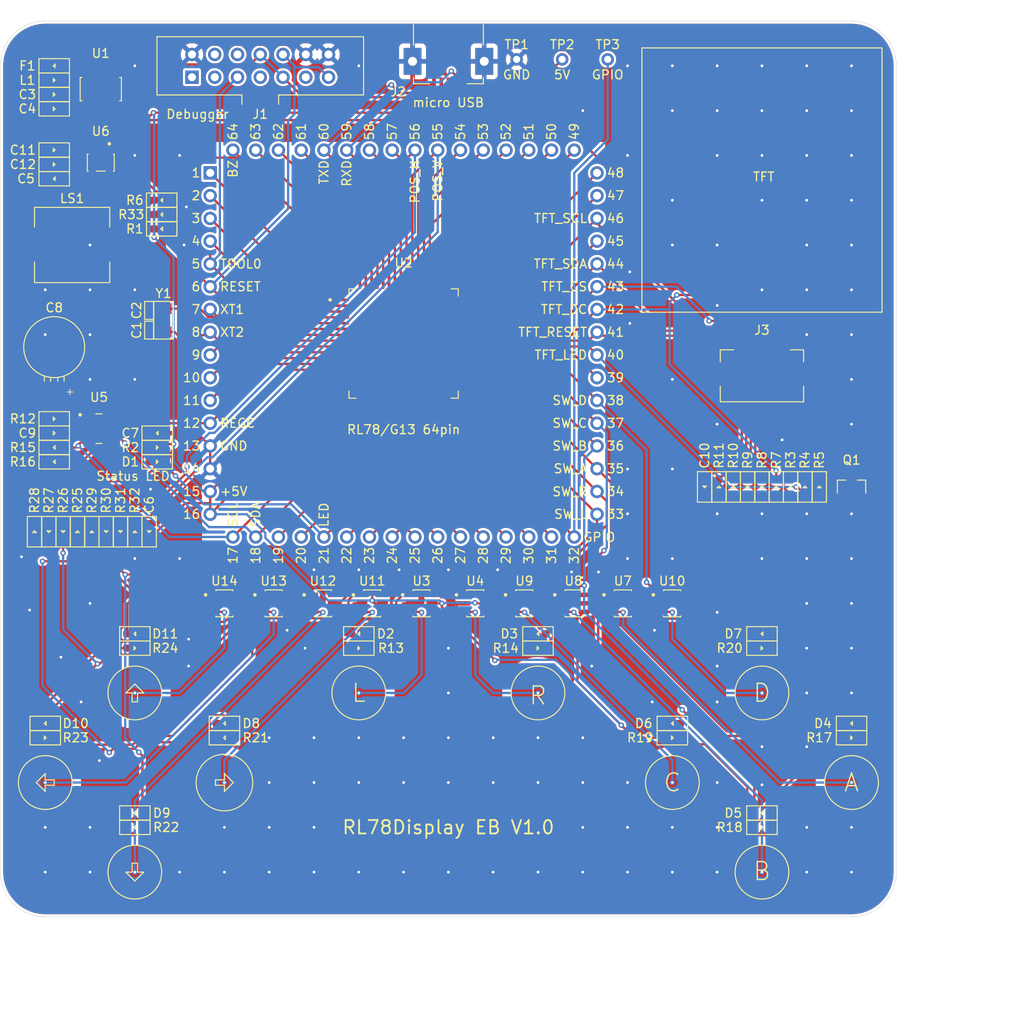
<source format=kicad_pcb>
(kicad_pcb (version 20211014) (generator pcbnew)
  (title_block (title "RL78Display-EB") (date "2022-09-21") (rev "V1.0") (company "https://github.com/KimiakiK"))
  (layers (0 "F.Cu" signal) (31 "B.Cu" signal) (34 "B.Paste" user) (35 "F.Paste" user) (36 "B.SilkS" user "B.Silkscreen") (37 "F.SilkS" user "F.Silkscreen") (38 "B.Mask" user) (39 "F.Mask" user) (44 "Edge.Cuts" user))
  (net 0 "")
  (net 1 "XT1")
  (net 2 "XT2")
  (net 3 "+5V")
  (net 4 "LED_Status")
  (net 5 "Net-(D1-Pad2)")
  (net 6 "Net-(F1-Pad1)")
  (net 7 "Net-(F1-Pad2)")
  (net 8 "TOOL0")
  (net 9 "NRST")
  (net 10 "POS_V")
  (net 11 "POS_H")
  (net 12 "SW_D")
  (net 13 "SW_C")
  (net 14 "SW_B")
  (net 15 "SW_A")
  (net 16 "TFT_RESET")
  (net 17 "TFT_SDA")
  (net 18 "TFT_SCL")
  (net 19 "TFT_CS")
  (net 20 "TFT_DC")
  (net 21 "Net-(J3-Pad3)")
  (net 22 "TFT_LEDK")
  (net 23 "Net-(LS1-Pad1)")
  (net 24 "Net-(Q1-Pad1)")
  (net 25 "TFT_LED")
  (net 26 "BUZZER")
  (net 27 "SW_L")
  (net 28 "SW_R")
  (net 29 "GND")
  (net 30 "+3.3V")
  (net 31 "Net-(C7-Pad1)")
  (net 32 "Net-(C8-Pad1)")
  (net 33 "Net-(C9-Pad1)")
  (net 34 "+3V0")
  (net 35 "Net-(C12-Pad1)")
  (net 36 "Net-(D2-Pad2)")
  (net 37 "Net-(D3-Pad2)")
  (net 38 "UART1_TX")
  (net 39 "UART1_RX")
  (net 40 "GPIO")
  (net 41 "RTC_SCL")
  (net 42 "RTC_SDA")
  (net 43 "Net-(D4-Pad2)")
  (net 44 "Net-(D5-Pad2)")
  (net 45 "Net-(D6-Pad2)")
  (net 46 "Net-(D7-Pad2)")
  (net 47 "Net-(D8-Pad1)")
  (net 48 "POS_R")
  (net 49 "Net-(D9-Pad1)")
  (net 50 "POS_D")
  (net 51 "POS_L")
  (net 52 "Net-(D10-Pad2)")
  (net 53 "POS_U")
  (net 54 "Net-(D11-Pad2)")
  (net 63 "unconnected-(U2-Pad63)")
  (net 64 "unconnected-(U2-Pad62)")
  (net 65 "unconnected-(U2-Pad61)")
  (net 66 "unconnected-(U2-Pad58)")
  (net 67 "unconnected-(U2-Pad57)")
  (net 68 "unconnected-(U2-Pad54)")
  (net 69 "unconnected-(U2-Pad53)")
  (net 70 "unconnected-(U2-Pad52)")
  (net 71 "unconnected-(U2-Pad51)")
  (net 72 "unconnected-(U2-Pad50)")
  (net 73 "unconnected-(U2-Pad49)")
  (net 74 "unconnected-(U2-Pad48)")
  (net 75 "unconnected-(U2-Pad47)")
  (net 76 "unconnected-(U2-Pad45)")
  (net 77 "unconnected-(U2-Pad39)")
  (net 78 "unconnected-(U2-Pad31)")
  (net 79 "unconnected-(U2-Pad30)")
  (net 80 "unconnected-(U2-Pad29)")
  (net 81 "unconnected-(U2-Pad28)")
  (net 82 "unconnected-(U2-Pad27)")
  (net 83 "unconnected-(U2-Pad26)")
  (net 84 "unconnected-(U2-Pad25)")
  (net 85 "unconnected-(U2-Pad24)")
  (net 86 "unconnected-(U2-Pad23)")
  (net 87 "unconnected-(U2-Pad22)")
  (net 88 "unconnected-(U2-Pad20)")
  (net 89 "unconnected-(U2-Pad19)")
  (net 90 "unconnected-(U2-Pad11)")
  (net 91 "unconnected-(U2-Pad10)")
  (net 92 "unconnected-(U2-Pad9)")
  (net 93 "unconnected-(U2-Pad4)")
  (net 94 "unconnected-(U2-Pad3)")
  (net 95 "unconnected-(U2-Pad2)")
  (net 96 "unconnected-(U2-Pad1)")
  (net 104 "/TouchController/PAD_A")
  (net 106 "/TouchController/PAD_B")
  (net 108 "/TouchController/PAD_C")
  (net 110 "/TouchController/PAD_D")
  (net 118 "/PAD_L")
  (net 119 "/PAD_R")
  (net 120 "/TouchController/PAD_AR")
  (net 121 "/TouchController/PAD_AD")
  (net 122 "/TouchController/PAD_AL")
  (net 123 "/TouchController/PAD_AU")
  (footprint "RL78Display-EB:1608Metric" (layer "F.Cu") (at -38.2 7 90)
    (fp_text reference "R30")
    (fp_text value "1k")
  )
  (footprint "RL78Display-EB:1608Metric" (layer "F.Cu") (at 30.2 2 -90)
    (fp_text reference "R11")
    (fp_text value "1k")
  )
  (footprint "RL78Display-EB:1608Metric" (layer "F.Cu") (at 25 30 180)
    (fp_text reference "R19")
    (fp_text value "R")
  )
  (footprint "RL78Display-EB:1608Metric" (layer "F.Cu") (at 45 28.4)
    (fp_text reference "D4")
    (fp_text value "LED")
  )
  (footprint "RL78Display-EB:1608Metric" (layer "F.Cu") (at 25 28.4)
    (fp_text reference "D6")
    (fp_text value "LED")
  )
  (footprint "RL78Display-EB:1608Metric" (layer "F.Cu") (at -44 -35.6 180)
    (fp_text reference "C11")
    (fp_text value "0.1uF")
  )
  (footprint "RL78Display-EB:1608Metric" (layer "F.Cu") (at 35 40 180)
    (fp_text reference "R18")
    (fp_text value "R")
  )
  (footprint "RL78Display-EB:TestPoint_THTPad_D1.4mm_Drill0.8mm" (layer "F.Cu") (at 7.62 -45.72)
    (fp_text reference "TP1")
    (fp_text value "TestPoint")
  )
  (footprint "RL78Display-EB:1608Metric" (layer "F.Cu") (at -44 -32.4)
    (fp_text reference "C5")
    (fp_text value "1uF")
  )
  (footprint "RL78Display-EB:1608Metric" (layer "F.Cu") (at -10 20 180)
    (fp_text reference "R13")
    (fp_text value "R")
  )
  (footprint "RL78Display-EB:SOT-23-6" (layer "F.Cu") (at 3 15)
    (fp_text reference "U4")
    (fp_text value "TTP223")
  )
  (footprint "RL78Display-EB:1608Metric" (layer "F.Cu") (at 35 2 -90)
    (fp_text reference "R8")
    (fp_text value "1k")
  )
  (footprint "RL78Display-EB:1608Metric" (layer "F.Cu") (at 31.8 2 -90)
    (fp_text reference "R10")
    (fp_text value "1k")
  )
  (footprint "RL78Display-EB:SOT-23-6" (layer "F.Cu") (at 24.975 15)
    (fp_text reference "U10")
    (fp_text value "TTP223")
  )
  (footprint "RL78Display-EB:PKMCS0909E4000" (layer "F.Cu") (at -42 -25 180)
    (fp_text reference "LS1")
    (fp_text value "Speaker")
  )
  (footprint "RL78Display-EB:UX60SC-MB-5ST" (layer "F.Cu") (at 0 -50 180)
    (fp_text reference "J2")
    (fp_text value "USB_B_Micro")
  )
  (footprint "RL78Display-EB:SOT-23" (layer "F.Cu") (at 45 2 90)
    (fp_text reference "Q1")
    (fp_text value "Q_NMOS_GSD")
  )
  (footprint "RL78Display-EB:TestPoint_THTPad_D1.4mm_Drill0.8mm" (layer "F.Cu") (at 17.78 -45.72)
    (fp_text reference "TP3")
    (fp_text value "TestPoint")
  )
  (footprint "RL78Display-EB:1608Metric" (layer "F.Cu") (at 35 18.4)
    (fp_text reference "D7")
    (fp_text value "LED")
  )
  (footprint "RL78Display-EB:1608Metric" (layer "F.Cu") (at -25 28.4)
    (fp_text reference "D8")
    (fp_text value "LED")
  )
  (footprint "RL78Display-EB:1608Metric" (layer "F.Cu") (at 28.6 2 90)
    (fp_text reference "C10")
    (fp_text value "0.1u")
  )
  (footprint "RL78Display-EB:SOT-89-5" (layer "F.Cu") (at -38.8 -42.4 -90)
    (fp_text reference "U1")
    (fp_text value "NJM2884U1")
  )
  (footprint "RL78Display-EB:1608Metric" (layer "F.Cu") (at -43 7 90)
    (fp_text reference "R26")
    (fp_text value "1k")
  )
  (footprint "RL78Display-EB:1608Metric" (layer "F.Cu") (at -35 18.4)
    (fp_text reference "D11")
    (fp_text value "LED")
  )
  (footprint "RL78Display-EB:SOT-23-6" (layer "F.Cu") (at 13.975 15)
    (fp_text reference "U8")
    (fp_text value "TTP223")
  )
  (footprint "RL78Display-EB:1608Metric" (layer "F.Cu") (at -25 30)
    (fp_text reference "R21")
    (fp_text value "R")
  )
  (footprint "RL78Display-EB:1608Metric" (layer "F.Cu") (at -35 40)
    (fp_text reference "R22")
    (fp_text value "R")
  )
  (footprint "RL78Display-EB:1608Metric" (layer "F.Cu") (at 39.8 2 -90)
    (fp_text reference "R4")
    (fp_text value "100")
  )
  (footprint "RL78Display-EB:IDC-Header_2x07_P2.54mm_Vertical" (layer "F.Cu") (at -21 -45 90)
    (fp_text reference "J1")
    (fp_text value "Debugger")
  )
  (footprint "RL78Display-EB:1608Metric" (layer "F.Cu") (at -32.5 -4)
    (fp_text reference "C7")
    (fp_text value "1uF")
  )
  (footprint "RL78Display-EB:1608Metric" (layer "F.Cu") (at -44 -43.4 180)
    (fp_text reference "L1")
    (fp_text value "L_Small")
  )
  (footprint "RL78Display-EB:1608Metric" (layer "F.Cu") (at 35 38.4)
    (fp_text reference "D5")
    (fp_text value "LED")
  )
  (footprint "RL78Display-EB:1608Metric" (layer "F.Cu") (at -45 28.4)
    (fp_text reference "D10")
    (fp_text value "LED")
  )
  (footprint "RL78Display-EB:SOT-23-6" (layer "F.Cu") (at -3 15)
    (fp_text reference "U3")
    (fp_text value "TTP223")
  )
  (footprint "RL78Display-EB:Crystal_SMD_3215-2Pin" (layer "F.Cu") (at -31.8 -16.6 90)
    (fp_text reference "Y1")
    (fp_text value "32.768kHz")
  )
  (footprint "RL78Display-EB:1608Metric" (layer "F.Cu") (at -44 -2.4)
    (fp_text reference "R15")
    (fp_text value "2k")
  )
  (footprint "RL78Display-EB:DCK-3R3E224-E" (layer "F.Cu") (at -44 -13.6)
    (fp_text reference "C8")
    (fp_text value "0.22F")
  )
  (footprint "RL78Display-EB:Hirose_FH12-12S-0.5SH_1x12-1MP_P0.50mm_Horizontal" (layer "F.Cu") (at 35 -12)
    (fp_text reference "J3")
    (fp_text value "TFT_ATM0130B3")
  )
  (footprint "RL78Display-EB:SOT-23-6" (layer "F.Cu") (at -25 15)
    (fp_text reference "U14")
    (fp_text value "TTP223")
  )
  (footprint "RL78Display-EB:SOT-23-6" (layer "F.Cu") (at 8.475 15)
    (fp_text reference "U9")
    (fp_text value "TTP223")
  )
  (footprint "RL78Display-EB:1608Metric" (layer "F.Cu") (at -44 -45)
    (fp_text reference "F1")
    (fp_text value "Polyfuse_Small")
  )
  (footprint "RL78Display-EB:LQFP-64-12x12mm-P0.65mm_FusionPCB_TP" (layer "F.Cu") (at -5 -14)
    (fp_text reference "U2")
    (fp_text value "RL78G13_64pin")
  )
  (footprint "RL78Display-EB:1608Metric" (layer "F.Cu") (at -44 -5.6 180)
    (fp_text reference "R12")
    (fp_text value "1k")
  )
  (footprint "RL78Display-EB:1608Metric" (layer "F.Cu") (at -44 -41.8 180)
    (fp_text reference "C3")
    (fp_text value "0.33uF")
  )
  (footprint "RL78Display-EB:1608Metric" (layer "F.Cu") (at -46.2 7 -90)
    (fp_text reference "R28")
    (fp_text value "10k")
  )
  (footprint "RL78Display-EB:1608Metric" (layer "F.Cu") (at 33.4 2 -90)
    (fp_text reference "R9")
    (fp_text value "1k")
  )
  (footprint "RL78Display-EB:1608Metric" (layer "F.Cu") (at 10 18.4)
    (fp_text reference "D3")
    (fp_text value "SW_R")
  )
  (footprint "RL78Display-EB:1608Metric" (layer "F.Cu") (at -32 -26.8)
    (fp_text reference "R1")
    (fp_text value "10k")
  )
  (footprint "RL78Display-EB:1608Metric" (layer "F.Cu") (at -39.8 7 -90)
    (fp_text reference "R29")
    (fp_text value "1k")
  )
  (footprint "RL78Display-EB:1608Metric" (layer "F.Cu") (at -32.5 -0.8 180)
    (fp_text reference "D1")
    (fp_text value "Status")
  )
  (footprint "RL78Display-EB:1608Metric" (layer "F.Cu") (at -41.4 7 -90)
    (fp_text reference "R25")
    (fp_text value "1k")
  )
  (footprint "RL78Display-EB:1608Metric" (layer "F.Cu") (at -35 38.4)
    (fp_text reference "D9")
    (fp_text value "LED")
  )
  (footprint "RL78Display-EB:1608Metric" (layer "F.Cu") (at 36.6 2 -90)
    (fp_text reference "R7")
    (fp_text value "1k")
  )
  (footprint "RL78Display-EB:1608Metric" (layer "F.Cu") (at -10 18.4)
    (fp_text reference "D2")
    (fp_text value "SW_L")
  )
  (footprint "RL78Display-EB:1608Metric" (layer "F.Cu") (at -32 -28.4)
    (fp_text reference "R33")
    (fp_text value "1k")
  )
  (footprint "RL78Display-EB:SOT-23-6" (layer "F.Cu") (at -19.5 15)
    (fp_text reference "U13")
    (fp_text value "TTP223")
  )
  (footprint "RL78Display-EB:1608Metric" (layer "F.Cu") (at -44 -40.2 180)
    (fp_text reference "C4")
    (fp_text value "2.2uF")
  )
  (footprint "RL78Display-EB:1608Metric" (layer "F.Cu") (at 41.4 2 -90)
    (fp_text reference "R5")
    (fp_text value "10k")
  )
  (footprint "RL78Display-EB:1608Metric" (layer "F.Cu") (at 45 30 180)
    (fp_text reference "R17")
    (fp_text value "R")
  )
  (footprint "RL78Display-EB:1608Metric" (layer "F.Cu") (at -33.4 7 90)
    (fp_text reference "C6")
    (fp_text value "0.1u")
  )
  (footprint "RL78Display-EB:1608Metric" (layer "F.Cu") (at -44.6 7 90)
    (fp_text reference "R27")
    (fp_text value "10k")
  )
  (footprint "RL78Display-EB:1608Metric" (layer "F.Cu") (at -44 -4 180)
    (fp_text reference "C9")
    (fp_text value "0.1uF")
  )
  (footprint "RL78Display-EB:1608Metric" (layer "F.Cu") (at 10 20 180)
    (fp_text reference "R14")
    (fp_text value "R")
  )
  (footprint "RL78Display-EB:SOT-23-6" (layer "F.Cu") (at -8.5 15)
    (fp_text reference "U11")
    (fp_text value "TTP223")
  )
  (footprint "RL78Display-EB:1608Metric" (layer "F.Cu") (at -32.5 -2.4 180)
    (fp_text reference "R2")
    (fp_text value "R")
  )
  (footprint "RL78Display-EB:1005Metric" (layer "F.Cu") (at -33.4 -17.7 -90)
    (fp_text reference "C2")
    (fp_text value "10pF")
  )
  (footprint "RL78Display-EB:1608Metric" (layer "F.Cu") (at -44 -34 180)
    (fp_text reference "C12")
    (fp_text value "0.1uF")
  )
  (footprint "RL78Display-EB:1005Metric" (layer "F.Cu") (at -33.4 -15.5 90)
    (fp_text reference "C1")
    (fp_text value "10pF")
  )
  (footprint "RL78Display-EB:SOT-23-6" (layer "F.Cu") (at -14 15)
    (fp_text reference "U12")
    (fp_text value "TTP223")
  )
  (footprint "RL78Display-EB:SOT-23-6" (layer "F.Cu") (at 19.475 15)
    (fp_text reference "U7")
    (fp_text value "TTP223")
  )
  (footprint "RL78Display-EB:SOT-23-5" (layer "F.Cu") (at -38.8 -34.2 -90)
    (fp_text reference "U6")
    (fp_text value "NJM2864")
  )
  (footprint "RL78Display-EB:1608Metric" (layer "F.Cu") (at -35 20 180)
    (fp_text reference "R24")
    (fp_text value "R")
  )
  (footprint "RL78Display-EB:1608Metric" (layer "F.Cu") (at 35 20 180)
    (fp_text reference "R20")
    (fp_text value "R")
  )
  (footprint "RL78Display-EB:RX8900CE" (layer "F.Cu") (at -39 -4.5)
    (fp_text reference "U5")
    (fp_text value "RX8900CE")
  )
  (footprint "RL78Display-EB:1608Metric" (layer "F.Cu") (at -45 30 180)
    (fp_text reference "R23")
    (fp_text value "R")
  )
  (footprint "RL78Display-EB:1608Metric" (layer "F.Cu") (at -36.6 7 90)
    (fp_text reference "R31")
    (fp_text value "10k")
  )
  (footprint "RL78Display-EB:1608Metric" (layer "F.Cu") (at 38.2 2 -90)
    (fp_text reference "R3")
    (fp_text value "10")
  )
  (footprint "RL78Display-EB:1608Metric" (layer "F.Cu") (at -32 -30)
    (fp_text reference "R6")
    (fp_text value "100")
  )
  (footprint "RL78Display-EB:1608Metric" (layer "F.Cu") (at -35 7 -90)
    (fp_text reference "R32")
    (fp_text value "10k")
  )
  (footprint "RL78Display-EB:TestPoint_THTPad_D1.4mm_Drill0.8mm" (layer "F.Cu") (at 12.7 -45.72)
    (fp_text reference "TP2")
    (fp_text value "TestPoint")
  )
  (footprint "RL78Display-EB:1608Metric" (layer "F.Cu") (at -44 -0.8)
    (fp_text reference "R16")
    (fp_text value "2k")
  )
  (gr_line (start -26 35.3) (end -25 35.3) (layer "F.SilkS") (width 0.12))
  (gr_circle (center -35 25) (end -35 28) (layer "F.SilkS") (width 0.12) (fill none))
  (gr_line (start -35.3 25) (end -36 25) (layer "F.SilkS") (width 0.12))
  (gr_line (start -25 35.3) (end -25 36) (layer "F.SilkS") (width 0.12))
  (gr_line (start -35 46) (end -34 45) (layer "F.SilkS") (width 0.12))
  (gr_line (start -35 24) (end -36 25) (layer "F.SilkS") (width 0.12))
  (gr_line (start -34.7 26) (end -34.7 25) (layer "F.SilkS") (width 0.12))
  (gr_circle (center -45 35) (end -45 38) (layer "F.SilkS") (width 0.12) (fill none))
  (gr_circle (center 35 45) (end 35 48) (layer "F.SilkS") (width 0.12) (fill none))
  (gr_line (start -34.7 25) (end -34 25) (layer "F.SilkS") (width 0.12))
  (gr_line (start -45 35.3) (end -45 36) (layer "F.SilkS") (width 0.12))
  (gr_line (start -44 34.7) (end -45 34.7) (layer "F.SilkS") (width 0.12))
  (gr_line (start -36 45) (end -35 46) (layer "F.SilkS") (width 0.12))
  (gr_line (start -26 34.7) (end -26 35.3) (layer "F.SilkS") (width 0.12))
  (gr_line (start -35.3 25) (end -35.3 26) (layer "F.SilkS") (width 0.12))
  (gr_line (start -35.3 26) (end -34.7 26) (layer "F.SilkS") (width 0.12))
  (gr_line (start -25 34.7) (end -26 34.7) (layer "F.SilkS") (width 0.12))
  (gr_circle (center 45 35) (end 45 38) (layer "F.SilkS") (width 0.12) (fill none))
  (gr_line (start -45 35.3) (end -44 35.3) (layer "F.SilkS") (width 0.12))
  (gr_line (start 21.6 -47) (end 48.4 -47) (layer "F.SilkS") (width 0.12))
  (gr_circle (center -10 25) (end -10 28) (layer "F.SilkS") (width 0.12) (fill none))
  (gr_line (start -34.7 44) (end -35.3 44) (layer "F.SilkS") (width 0.12))
  (gr_circle (center 25 35) (end 25 38) (layer "F.SilkS") (width 0.12) (fill none))
  (gr_circle (center -25 35) (end -26 38) (layer "F.SilkS") (width 0.12) (fill none))
  (gr_line (start 48.4 -47) (end 48.4 -17.5) (layer "F.SilkS") (width 0.12))
  (gr_line (start -34 45) (end -34.7 45) (layer "F.SilkS") (width 0.12))
  (gr_line (start 48.4 -17.5) (end 21.6 -17.5) (layer "F.SilkS") (width 0.12))
  (gr_line (start -44 34.7) (end -44 35.3) (layer "F.SilkS") (width 0.12))
  (gr_line (start -25 36) (end -24 35) (layer "F.SilkS") (width 0.12))
  (gr_circle (center 35 25) (end 35 28) (layer "F.SilkS") (width 0.12) (fill none))
  (gr_line (start -25 34) (end -25 34.7) (layer "F.SilkS") (width 0.12))
  (gr_circle (center 10 25) (end 10 28) (layer "F.SilkS") (width 0.12) (fill none))
  (gr_line (start -45 34) (end -46 35) (layer "F.SilkS") (width 0.12))
  (gr_line (start -24 35) (end -25 34) (layer "F.SilkS") (width 0.12))
  (gr_line (start -34 25) (end -35 24) (layer "F.SilkS") (width 0.12))
  (gr_line (start 21.6 -17.5) (end 21.6 -47) (layer "F.SilkS") (width 0.12))
  (gr_line (start -35.3 44) (end -35.3 45) (layer "F.SilkS") (width 0.12))
  (gr_line (start -34.7 45) (end -34.7 44) (layer "F.SilkS") (width 0.12))
  (gr_line (start -46 35) (end -45 36) (layer "F.SilkS") (width 0.12))
  (gr_line (start -45 34) (end -45 34.7) (layer "F.SilkS") (width 0.12))
  (gr_line (start -35.3 45) (end -36 45) (layer "F.SilkS") (width 0.12))
  (gr_circle (center -35 45) (end -35 48) (layer "F.SilkS") (width 0.12) (fill none))
  (gr_arc (start -50 -45) (mid -48.535534 -48.535534) (end -45 -50) (layer "Edge.Cuts") (width 0.05))
  (gr_line (start 45 50) (end -45 50) (layer "Edge.Cuts") (width 0.05))
  (gr_arc (start 50 45) (mid 48.535534 48.535534) (end 45 50) (layer "Edge.Cuts") (width 0.05))
  (gr_line (start -50 45) (end -50 -45) (layer "Edge.Cuts") (width 0.05))
  (gr_line (start -45 -50) (end 45 -50) (layer "Edge.Cuts") (width 0.05))
  (gr_arc (start 45 -50) (mid 48.535534 -48.535534) (end 50 -45) (layer "Edge.Cuts") (width 0.05))
  (gr_arc (start -45 50) (mid -48.535534 48.535534) (end -50 45) (layer "Edge.Cuts") (width 0.05))
  (gr_line (start 50 -45) (end 50 45) (layer "Edge.Cuts") (width 0.05))
  (gr_text "B" (at 35 44.9) (layer "F.SilkS") (effects (font (size 2 2))))
  (gr_text "A" (at 45 35) (layer "F.SilkS") (effects (font (size 2 2))))
  (gr_text "D" (at 35 25) (layer "F.SilkS") (effects (font (size 2 2))))
  (gr_text "C" (at 25 35) (layer "F.SilkS") (effects (font (size 2 2))))
  (gr_text "L" (at -10 25) (layer "F.SilkS") (effects (font (size 2 2))))
  (gr_text "R" (at 10 25.3) (layer "F.SilkS") (effects (font (size 2 2))))
  (segment (start -31.8 -15.3) (end -33.0305 -15.3) (width 0.254) (layer "F.Cu") (net 1))
  (segment (start -11.8 -14.325) (end -25.645 -14.325) (width 0.254) (layer "F.Cu") (net 1))
  (segment (start -26.2561 -14.9361) (end -26.59 -15.27) (width 0.254) (layer "F.Cu") (net 1))
  (segment (start -30.2056 -14.9361) (end -30.5695 -15.3) (width 0.254) (layer "F.Cu") (net 1))
  (segment (start -26.2561 -14.9361) (end -30.2056 -14.9361) (width 0.254) (layer "F.Cu") (net 1))
  (segment (start -31.8 -15.3) (end -30.5695 -15.3) (width 0.254) (layer "F.Cu") (net 1))
  (segment (start -33.4 -15) (end -33.3305 -15) (width 0.254) (layer "F.Cu") (net 1))
  (segment (start -25.645 -14.325) (end -26.2561 -14.9361) (width 0.254) (layer "F.Cu") (net 1))
  (segment (start -33.3305 -15) (end -33.0305 -15.3) (width 0.254) (layer "F.Cu") (net 1))
  (segment (start -26.8053 -16.9659) (end -27.7394 -17.9) (width 0.254) (layer "F.Cu") (net 2))
  (segment (start -33.4 -18.2) (end -33.3305 -18.2) (width 0.254) (layer "F.Cu") (net 2))
  (segment (start -23.755 -14.975) (end -25.7459 -16.9659) (width 0.254) (layer "F.Cu") (net 2))
  (segment (start -27.7394 -17.9) (end -31.8 -17.9) (width 0.254) (layer "F.Cu") (net 2))
  (segment (start -25.7459 -16.9659) (end -26.59 -17.81) (width 0.254) (layer "F.Cu") (net 2))
  (segment (start -33.3305 -18.2) (end -33.0305 -17.9) (width 0.254) (layer "F.Cu") (net 2))
  (segment (start -25.7459 -16.9659) (end -26.8053 -16.9659) (width 0.254) (layer "F.Cu") (net 2))
  (segment (start -31.8 -17.9) (end -33.0305 -17.9) (width 0.254) (layer "F.Cu") (net 2))
  (segment (start -11.8 -14.975) (end -23.755 -14.975) (width 0.254) (layer "F.Cu") (net 2))
  (segment (start -39.75 -35.35) (end -39.75 -36.2805) (width 0.254) (layer "F.Cu") (net 3))
  (segment (start -11.9081 16.3721) (end -11.9081 15.1726) (width 0.254) (layer "F.Cu") (net 3))
  (segment (start 34.15 39.8194) (end 34.15 40) (width 0.254) (layer "F.Cu") (net 3))
  (segment (start 4.15 15) (end 3.2195 15) (width 0.254) (layer "F.Cu") (net 3))
  (segment (start -37.85 -34.4195) (end -36.0614 -34.4195) (width 0.254) (layer "F.Cu") (net 3))
  (segment (start 44.9469 27.9773) (end 44.9469 29.2031) (width 0.254) (layer "F.Cu") (net 3))
  (segment (start -23.85 15.95) (end -22.9195 15.95) (width 0.254) (layer "F.Cu") (net 3))
  (segment (start 14.4086 16.6664) (end 15.125 15.95) (width 0.254) (layer "F.Cu") (net 3))
  (segment (start 24.15 30) (end 24.8802 30.7302) (width 0.254) (layer "F.Cu") (net 3))
  (segment (start 35.0079 38.9615) (end 34.15 39.8194) (width 0.254) (layer "F.Cu") (net 3))
  (segment (start -0.7328 15.4078) (end 5.1009 21.2415) (width 0.254) (layer "F.Cu") (net 3))
  (segment (start 44.15 30) (end 43.0401 30) (width 0.254) (layer "F.Cu") (net 3))
  (segment (start 26.125 15.3592) (end 26.125 15.95) (width 0.254) (layer "F.Cu") (net 3))
  (segment (start -10.6471 13.4695) (end -8.8866 13.4695) (width 0.254) (layer "F.Cu") (net 3))
  (segment (start -35.7421 7.0079) (end -36.6 6.15) (width 0.254) (layer "F.Cu") (net 3))
  (segment (start -30.8 29.8) (end -21.9 20.9) (width 0.254) (layer "F.Cu") (net 3))
  (segment (start 31.1055 20) (end 34.15 20) (width 0.254) (layer "F.Cu") (net 3))
  (segment (start -45.85 30) (end -46.6781 29.1719) (width 0.254) (layer "F.Cu") (net 3))
  (segment (start 33.3698 35.3698) (end 33.3698 39.2198) (width 0.254) (layer "F.Cu") (net 3))
  (segment (start -37.85 -35.35) (end -37.85 -34.4195) (width 0.254) (layer "F.Cu") (net 3))
  (segment (start 5.1009 21.28209) (end 5.188435 21.369625) (width 0.254) (layer "F.Cu") (net 3))
  (segment (start -39.75 -36.2805) (end -37.85 -36.2805) (width 0.254) (layer "F.Cu") (net 3))
  (segment (start -37.3 -41.6305) (end -37.3 -44.25) (width 0.254) (layer "F.Cu") (net 3))
  (segment (start -12.1724 15) (end -12.0807 15) (width 0.254) (layer "F.Cu") (net 3))
  (segment (start -0.7328 15) (end -0.7328 15.4078) (width 0.254) (layer "F.Cu") (net 3))
  (segment (start 21.0903 15) (end 21.0903 15.95) (width 0.254) (layer "F.Cu") (net 3))
  (segment (start -17.4195 16.6536) (end -12.1896 16.6536) (width 0.254) (layer "F.Cu") (net 3))
  (segment (start -31.65 -2.4) (end -32.5 -1.55) (width 0.254) (layer "F.Cu") (net 3))
  (segment (start -12.0807 15) (end -12.0807 14.9031) (width 0.254) (layer "F.Cu") (net 3))
  (segment (start 26.125 15.95) (end 27.0555 15.95) (width 0.254) (layer "F.Cu") (net 3))
  (segment (start -12.1896 16.6536) (end -11.9081 16.3721) (width 0.254) (layer "F.Cu") (net 3))
  (segment (start -32.5 -0.439) (end -34.3007 1.3617) (width 0.254) (layer "F.Cu") (net 3))
  (segment (start -46.6781 28.0224) (end -38.6557 20) (width 0.254) (layer "F.Cu") (net 3))
  (segment (start -43.15 -41.8) (end -43.15 -43.4) (width 0.254) (layer "F.Cu") (net 3))
  (segment (start -34.3007 1.3617) (end -42.2772 1.3617) (width 0.254) (layer "F.Cu") (net 3))
  (segment (start -37.85 -35.35) (end -37.85 -36.2805) (width 0.254) (layer "F.Cu") (net 3))
  (segment (start 14.4086 16.6664) (end 14.4086 23.7086) (width 0.254) (layer "F.Cu") (net 3))
  (segment (start -18.35 15.95) (end -17.4195 15.95) (width 0.254) (layer "F.Cu") (net 3))
  (segment (start -43.15 -35.6) (end -42.4695 -36.2805) (width 0.254) (layer "F.Cu") (net 3))
  (segment (start -26.59 3.819) (end -26.59 5.05) (width 0.254) (layer "F.Cu") (net 3))
  (segment (start 34.9552 15.9095) (end 34.9552 19.561) (width 0.254) (layer "F.Cu") (net 3))
  (segment (start 15.125 15.95) (end 16.0555 15.95) (width 0.254) (layer "F.Cu") (net 3))
  (segment (start -11.8 -9.125) (end -12.415 -9.125) (width 0.254) (layer "F.Cu") (net 3))
  (segment (start 25.3716 16.7034) (end 26.125 15.95) (width 0.254) (layer "F.Cu") (net 3))
  (segment (start 28.6302 30.7302) (end 33.2698 35.3698) (width 0.254) (layer "F.Cu") (net 3))
  (segment (start -37.3 -44.25) (end -37.3 -45.3305) (width 0.254) (layer "F.Cu") (net 3))
  (segment (start -23.85 15) (end -22.9195 15) (width 0.254) (layer "F.Cu") (net 3))
  (segment (start 34.5411 19.9751) (end 35.2974 20.7314) (width 0.254) (layer "F.Cu") (net 3))
  (segment (start -12.415 -9.125) (end -26.59 5.05) (width 0.254) (layer "F.Cu") (net 3))
  (segment (start -17.4195 16.6536) (end -17.4195 15.95) (width 0.254) (layer "F.Cu") (net 3))
  (segment (start -42.2772 3.8272) (end -44.6 6.15) (width 0.254) (layer "F.Cu") (net 3))
  (segment (start -37.3 -45.3305) (end -41.2195 -45.3305) (width 0.254) (layer "F.Cu") (net 3))
  (segment (start 19.3 28.6) (end 20.7 30) (width 0.254) (layer "F.Cu") (net 3))
  (segment (start 34.15 39.8194) (end 33.9694 39.8194) (width 0.254) (layer "F.Cu") (net 3))
  (segment (start -7.35 15) (end -8.2805 15) (width 0.254) (layer "F.Cu") (net 3))
  (segment (start 3.1556 14.9361) (end 2.9681 14.9361) (width 0.254) (layer "F.Cu") (net 3))
  (segment (start -45.0715 30.7785) (end -35.2454 30.7785) (width 0.254) (layer "F.Cu") (net 3))
  (segment (start 27.0555 15.95) (end 31.1055 20) (width 0.254) (layer "F.Cu") (net 3))
  (segment (start 35.0079 38.0322) (end 35.0079 38.9615) (width 0.254) (layer "F.Cu") (net 3))
  (segment (start -22.9195 15.95) (end -22.9195 15) (width 0.254) (layer "F.Cu") (net 3))
  (segment (start -29.369 3.819) (end -33.4 7.85) (width 0.254) (layer "F.Cu") (net 3))
  (segment (start 9.625 15) (end 10.5555 15) (width 0.254) (layer "F.Cu") (net 3))
  (segment (start 10.0903 15.95) (end 10.5555 15.95) (width 0.254) (layer "F.Cu") (net 3))
  (segment (start -21.4536 16.6536) (end -17.4195 16.6536) (width 0.254) (layer "F.Cu") (net 3))
  (segment (start -42.2772 1.3617) (end -42.2772 3.8272) (width 0.254) (layer "F.Cu") (net 3))
  (segment (start -32.0531 -29.1969) (end -32.85 -28.4) (width 0.254) (layer "F.Cu") (net 3))
  (segment (start -45.85 30) (end -45.0715 30.7785) (width 0.254) (layer "F.Cu") (net 3))
  (segment (start 34.1749 19.9751) (end 34.15 20) (width 0.254) (layer "F.Cu") (net 3))
  (segment (start -11.8 -9.775) (end -14.305 -9.775) (width 0.254) (layer "F.Cu") (net 3))
  (segment (start 3.2195 15) (end 3.1556 14.9361) (width 0.254) (layer "F.Cu") (net 3))
  (segment (start -35 18.0328) (end -34.0311 17.0639) (width 0.254) (layer "F.Cu") (net 3))
  (segment (start -46.6781 29.1719) (end -46.6781 28.0224) (width 0.254) (layer "F.Cu") (net 3))
  (segment (start 26.125 15) (end 25.7658 15) (width 0.254) (layer "F.Cu") (net 3))
  (segment (start 10.0903 15.95) (end 10.8067 16.6664) (width 0.254) (layer "F.Cu") (net 3))
  (segment (start -35.2454 30.7785) (end -34.2669 29.8) (width 0.254) (layer "F.Cu") (net 3))
  (segment (start 20.625 15.95) (end 21.0903 15.95) (width 0.254) (layer "F.Cu") (net 3))
  (segment (start 28.6 9.5543) (end 34.9552 15.9095) (width 0.254) (layer "F.Cu") (net 3))
  (segment (start -32.0531 -30.4112) (end -32.0531 -29.1969) (width 0.254) (layer "F.Cu") (net 3))
  (segment (start -32.85 -26.8) (end -32.85 -28.4) (width 0.254) (layer "F.Cu") (net 3))
  (segment (start 12.7 -45.72) (end 6.7472 -39.7672) (width 0.254) (layer "F.Cu") (net 3))
  (segment (start -14.305 -9.775) (end -26.59 2.51) (width 0.254) (layer "F.Cu") (net 3))
  (segment (start -21.9 20.9) (end -21.9 17.1) (width 0.254) (layer "F.Cu") (net 3))
  (segment (start 34.9552 19.561) (end 34.5411 19.9751) (width 0.254) (layer "F.Cu") (net 3))
  (segment (start 14.4086 23.7086) (end 19.3 28.6) (width 0.254) (layer "F.Cu") (net 3))
  (segment (start -42.4695 -36.2805) (end -39.75 -36.2805) (width 0.254) (layer "F.Cu") (net 3))
  (segment (start -34.0311 17.0639) (end -24.9639 17.0639) (width 0.254) (layer "F.Cu") (net 3))
  (segment (start -32.9188 -39.7672) (end -33.2165 -39.4695) (width 0.254) (layer "F.Cu") (net 3))
  (segment (start -30.6748 -2.7797) (end -31.2703 -2.7797) (width 0.254) (layer "F.Cu") (net 3))
  (segment (start 28.6 2.85) (end 28.6 9.5543) (width 0.254) (layer "F.Cu") (net 3))
  (segment (start -44.4389 -0.8) (end -42.2772 1.3617) (width 0.254) (layer "F.Cu") (net 3))
  (segment (start 43.0401 30) (end 35.0079 38.0322) (width 0.254) (layer "F.Cu") (net 3))
  (segment (start -12.85 15) (end -12.1724 15) (width 0.254) (layer "F.Cu") (net 3))
  (segment (start 20.625 15) (end 21.0903 15) (width 0.254) (layer "F.Cu") (net 3))
  (segment (start -44.85 -2.4) (end -44.85 -0.8) (width 0.254) (layer "F.Cu") (net 3))
  (segment (start -32.85 -25.8635) (end -32.85 -26.8) (width 0.254) (layer "F.Cu") (net 3))
  (segment (start -44.85 -0.8) (end -44.4389 -0.8) (width 0.254) (layer "F.Cu") (net 3))
  (segment (start -1.85 15) (end -0.9195 15) (width 0.254) (layer "F.Cu") (net 3))
  (segment (start 5.1009 21.2415) (end 5.1009 21.28209) (width 0.254) (layer "F.Cu") (net 3))
  (segment (start 10.8067 16.6664) (end 14.4086 16.6664) (width 0.254) (layer "F.Cu") (net 3))
  (segment (start -33.4 7.85) (end -34.2421 7.0079) (width 0.254) (layer "F.Cu") (net 3))
  (segment (start -26.59 3.819) (end -29.369 3.819) (width 0.254) (layer "F.Cu") (net 3))
  (segment (start -8.8866 13.4695) (end -8.5 13.8561) (width 0.254) (layer "F.Cu") (net 3))
  (segment (start -36.0614 -34.4195) (end -32.0531 -30.4112) (width 0.254) (layer "F.Cu") (net 3))
  (segment (start -17.4195 15) (end -17.4195 15.95) (width 0.254) (layer "F.Cu") (net 3))
  (segment (start -34.2421 7.0079) (end -35.7421 7.0079) (width 0.254) (layer "F.Cu") (net 3))
  (segment (start -37.3 -40.55) (end -37.3 -39.4695) (width 0.254) (layer "F.Cu") (net 3))
  (segment (start 9.625 15.95) (end 10.0903 15.95) (width 0.254) (layer "F.Cu") (net 3))
  (segment (start -35.85 20) (end -35 19.15) (width 0.254) (layer "F.Cu") (net 3))
  (segment (start -41.2195 -45.3305) (end -43.15 -43.4) (width 0.254) (layer "F.Cu") (net 3))
  (segment (start -33.2165 -39.4695) (end -37.3 -39.4695) (width 0.254) (layer "F.Cu") (net 3))
  (segment (start 21.8437 16.7034) (end 25.3716 16.7034) (width 0.254) (layer "F.Cu") (net 3))
  (segment (start -18.35 15) (end -17.4195 15) (width 0.254) (layer "F.Cu") (net 3))
  (segment (start -24.9639 17.0639) (end -23.85 15.95) (width 0.254) (layer "F.Cu") (net 3))
  (segment (start 15.125 15) (end 16.0555 15) (width 0.254) (layer "F.Cu") (net 3))
  (segment (start -37.3 -40.55) (end -37.3 -41.6305) (width 0.254) (layer "F.Cu") (net 3))
  (segment (start 21.0903 15.95) (end 21.8437 16.7034) (width 0.254) (layer "F.Cu") (net 3))
  (segment (start -8.5 13.8561) (end -8.5 14.6792) (width 0.254) (layer "F.Cu") (net 3))
  (segment (start -8.2805 14.8987) (end -8.2805 15) (width 0.254) (layer "F.Cu") (net 3))
  (segment (start -38.6557 20) (end -35.85 20) (width 0.254) (layer "F.Cu") (net 3))
  (segment (start 33.2698 35.3698) (end 33.3698 35.3698) (width 0.254) (layer "F.Cu") (net 3))
  (segment (start 16.0555 15) (end 16.0555 15.95) (width 0.254) (layer "F.Cu") (net 3))
  (segment (start 37.701 20.7314) (end 44.9469 27.9773) (width 0.254) (layer "F.Cu") (net 3))
  (segment (start -11.9081 15.1726) (end -12.0807 15) (width 0.254) (layer "F.Cu") (net 3))
  (segment (start 33.3698 39.2198) (end 34.15 40) (width 0.254) (layer "F.Cu") (net 3))
  (segment (start -35 19.15) (end -35 18.0328) (width 0.254) (layer "F.Cu") (net 3))
  (segment (start -34.2669 29.8) (end -30.8 29.8) (width 0.254) (layer "F.Cu") (net 3))
  (segment (start 34.5411 19.9751) (end 34.1749 19.9751) (width 0.254) (layer "F.Cu") (net 3))
  (segment (start 20.7 30) (end 24.15 30) (width 0.254) (layer "F.Cu") (net 3))
  (segment (start -12.0807 14.9031) (end -10.6471 13.4695) (width 0.254) (layer "F.Cu") (net 3))
  (segment (start -31.2703 -2.7797) (end -31.65 -2.4) (width 0.254) (layer "F.Cu") (net 3))
  (segment (start -21.9 17.1) (end -21.4536 16.6536) (width 0.254) (layer "F.Cu") (net 3))
  (segment (start -26.59 2.51) (end -26.59 3.819) (width 0.254) (layer "F.Cu") (net 3))
  (segment (start 35.2974 20.7314) (end 37.701 20.7314) (width 0.254) (layer "F.Cu") (net 3))
  (segment (start -32.5 -1.55) (end -32.5 -0.439) (width 0.254) (layer "F.Cu") (net 3))
  (segment (start 44.9469 29.2031) (end 44.15 30) (width 0.254) (layer "F.Cu") (net 3))
  (segment (start 10.5555 15.95) (end 10.5555 15) (width 0.254) (layer "F.Cu") (net 3))
  (segment (start 6.7472 -39.7672) (end -32.9188 -39.7672) (width 0.254) (layer "F.Cu") (net 3))
  (segment (start 24.8802 30.7302) (end 28.6302 30.7302) (width 0.254) (layer "F.Cu") (net 3))
  (segment (start 25.7658 15) (end 26.125 15.3592) (width 0.254) (layer "F.Cu") (net 3))
  (segment (start -0.9195 15) (end -0.7328 15) (width 0.254) (layer "F.Cu") (net 3))
  (segment (start -8.5 14.6792) (end -8.2805 14.8987) (width 0.254) (layer "F.Cu") (net 3))
  (via (at -8.5 14.6792) (size 0.6096) (drill 0.3048) (layers "F.Cu" "B.Cu") (net 3))
  (via (at -32.85 -25.8635) (size 0.6096) (drill 0.3048) (layers "F.Cu" "B.Cu") (net 3))
  (via (at -0.7328 15) (size 0.6096) (drill 0.3048) (layers "F.Cu" "B.Cu") (net 3))
  (via (at 5.188435 21.369625) (size 0.6096) (drill 0.3048) (layers "F.Cu" "B.Cu") (net 3))
  (via (at 19.3 28.6) (size 0.6096) (drill 0.3048) (layers "F.Cu" "B.Cu") (net 3))
  (via (at -32.9188 -39.7672) (size 0.6096) (drill 0.3048) (layers "F.Cu" "B.Cu") (net 3))
  (via (at 2.9681 14.9361) (size 0.6096) (drill 0.3048) (layers "F.Cu" "B.Cu") (net 3))
  (via (at -30.6748 -2.7797) (size 0.6096) (drill 0.3048) (layers "F.Cu" "B.Cu") (net 3))
  (segment (start -32.85 -39.6984) (end -32.9188 -39.7672) (width 0.254) (layer "B.Cu") (net 3))
  (segment (start -26.59 5.05) (end -22.517 5.05) (width 0.254) (layer "B.Cu") (net 3))
  (segment (start -0.9897 14.6792) (end -0.7328 14.9361) (width 0.254) (layer "B.Cu") (net 3))
  (segment (start -13.4318 14.6792) (end -8.5 14.6792) (width 0.254) (layer "B.Cu") (net 3))
  (segment (start -26.59 2.51) (end -27.3524 2.51) (width 0.254) (layer "B.Cu") (net 3))
  (segment (start -32.85 -25.8635) (end -30.6748 -23.6883) (width 0.254) (layer "B.Cu") (net 3))
  (segment (start -30.6748 -0.8124) (end -30.6748 -2.7797) (width 0.254) (layer "B.Cu") (net 3))
  (segment (start -30.6748 -23.6883) (end -30.6748 -2.7797) (width 0.254) (layer "B.Cu") (net 3))
  (segment (start -22.517 5.05) (end -20.4275 7.1395) (width 0.254) (layer "B.Cu") (net 3))
  (segment (start -0.7328 14.9361) (end 2.9681 14.9361) (width 0.254) (layer "B.Cu") (net 3))
  (segment (start -0.7328 14.9361) (end -0.7328 15) (width 0.254) (layer "B.Cu") (net 3))
  (segment (start -27.3524 2.51) (end -30.6748 -0.8124) (width 0.254) (layer "B.Cu") (net 3))
  (segment (start -20.4275 7.6835) (end -13.4318 14.6792) (width 0.254) (layer "B.Cu") (net 3))
  (segment (start 5.25806 21.3) (end 12 21.3) (width 0.254) (layer "B.Cu") (net 3))
  (segment (start 15.6 24.9) (end 19.3 28.6) (width 0.254) (layer "B.Cu") (net 3))
  (segment (start -32.85 -25.8635) (end -32.85 -39.6984) (width 0.254) (layer "B.Cu") (net 3))
  (segment (start 5.188435 21.369625) (end 5.25806 21.3) (width 0.254) (layer "B.Cu") (net 3))
  (segment (start 12 21.3) (end 15.6 24.9) (width 0.254) (layer "B.Cu") (net 3))
  (segment (start -20.4275 7.1395) (end -20.4275 7.6835) (width 0.254) (layer "B.Cu") (net 3))
  (segment (start -8.5 14.6792) (end -0.9897 14.6792) (width 0.254) (layer "B.Cu") (net 3))
  (segment (start -7.275 -7.2) (end -7.275 0.975) (width 0.254) (layer "F.Cu") (net 4))
  (segment (start -7.275 0.975) (end -13.89 7.59) (width 0.254) (layer "F.Cu") (net 4))
  (segment (start -30.4563 0.7619) (end -31.65 -0.4318) (width 0.254) (layer "F.Cu") (net 4))
  (segment (start -31.65 -0.4318) (end -31.65 -0.8) (width 0.254) (layer "F.Cu") (net 4))
  (via (at -30.4563 0.7619) (size 0.6096) (drill 0.3048) (layers "F.Cu" "B.Cu") (net 4))
  (segment (start -17.5381 3.9419) (end -27.2763 3.9419) (width 0.254) (layer "B.Cu") (net 4))
  (segment (start -27.2763 3.9419) (end -30.4563 0.7619) (width 0.254) (layer "B.Cu") (net 4))
  (segment (start -13.89 7.59) (end -17.5381 3.9419) (width 0.254) (layer "B.Cu") (net 4))
  (segment (start -33.35 -0.8) (end -33.35 -2.4) (width 0.254) (layer "F.Cu") (net 5))
  (segment (start -44.85 -45) (end -44.85 -43.4) (width 0.254) (layer "F.Cu") (net 6))
  (segment (start -42.3376 -45.8124) (end -43.15 -45) (width 0.254) (layer "F.Cu") (net 7))
  (segment (start -33.318 -45.8124) (end -42.3376 -45.8124) (width 0.254) (layer "F.Cu") (net 7))
  (segment (start -18.46 -43.73) (end -16.2278 -41.4978) (width 0.254) (layer "F.Cu") (net 7))
  (segment (start -21 -46.27) (end -22.1111 -45.1589) (width 0.254) (layer "F.Cu") (net 7))
  (segment (start -16.2278 -41.4978) (end 1.1283 -41.4978) (width 0.254) (layer "F.Cu") (net 7))
  (segment (start 1.1283 -41.4978) (end 1.6 -41.9695) (width 0.254) (layer "F.Cu") (net 7))
  (segment (start -22.1111 -45.1589) (end -32.6645 -45.1589) (width 0.254) (layer "F.Cu") (net 7))
  (segment (start 1.6 -43) (end 1.6 -41.9695) (width 0.254) (layer "F.Cu") (net 7))
  (segment (start -32.6645 -45.1589) (end -33.318 -45.8124) (width 0.254) (layer "F.Cu") (net 7))
  (segment (start -18.46 -43.73) (end -21 -46.27) (width 0.254) (layer "B.Cu") (net 7))
  (segment (start -19.975 -16.275) (end -26.59 -22.89) (width 0.254) (layer "F.Cu") (net 8))
  (segment (start -31.15 -28.4) (end -26.59 -23.84) (width 0.254) (layer "F.Cu") (net 8))
  (segment (start -26.59 -23.84) (end -26.59 -22.89) (width 0.254) (layer "F.Cu") (net 8))
  (segment (start -11.8 -16.275) (end -19.975 -16.275) (width 0.254) (layer "F.Cu") (net 8))
  (segment (start -26.59 -22.89) (end -25.5095 -23.9705) (width 0.254) (layer "B.Cu") (net 8))
  (segment (start -25.5095 -41.7605) (end -23.54 -43.73) (width 0.254) (layer "B.Cu") (net 8))
  (segment (start -25.5095 -23.9705) (end -25.5095 -41.7605) (width 0.254) (layer "B.Cu") (net 8))
  (segment (start -26.59 -20.35) (end -31.15 -24.91) (width 0.254) (layer "F.Cu") (net 9))
  (segment (start -31.15 -24.91) (end -31.15 -26.8) (width 0.254) (layer "F.Cu") (net 9))
  (segment (start -21.865 -15.625) (end -26.59 -20.35) (width 0.254) (layer "F.Cu") (net 9))
  (segment (start -11.8 -15.625) (end -21.865 -15.625) (width 0.254) (layer "F.Cu") (net 9))
  (segment (start -17.8894 -38.9005) (end -17.19 -39.5999) (width 0.254) (layer "B.Cu") (net 9))
  (segment (start -17.19 -44.8413) (end -14.4913 -44.8413) (width 0.254) (layer "B.Cu") (net 9))
  (segment (start -17.8894 -29.0506) (end -17.8894 -38.9005) (width 0.254) (layer "B.Cu") (net 9))
  (segment (start -14.4913 -44.8413) (end -13.38 -43.73) (width 0.254) (layer "B.Cu") (net 9))
  (segment (start -17.19 -45) (end -18.46 -46.27) (width 0.254) (layer "B.Cu") (net 9))
  (segment (start -17.19 -39.5999) (end -17.19 -44.8413) (width 0.254) (layer "B.Cu") (net 9))
  (segment (start -17.19 -44.8413) (end -17.19 -45) (width 0.254) (layer "B.Cu") (net 9))
  (segment (start -26.59 -20.35) (end -17.8894 -29.0506) (width 0.254) (layer "B.Cu") (net 9))
  (segment (start -35 7.85) (end -36.6 7.85) (width 0.254) (layer "F.Cu") (net 10))
  (segment (start -36.6 7.85) (end -36.6 7.8) (width 0.254) (layer "F.Cu") (net 10))
  (segment (start -36.6 7.8) (end -38.2 6.2) (width 0.254) (layer "F.Cu") (net 10))
  (segment (start -38.2 6.2) (end -38.2 6.15) (width 0.254) (layer "F.Cu") (net 10))
  (segment (start -37.4186 5.3686) (end -33.4043 5.3686) (width 0.254) (layer "F.Cu") (net 10))
  (segment (start -4.025 -32.755) (end -1.19 -35.59) (width 0.254) (layer "F.Cu") (net 10))
  (segment (start -4.025 -20.8) (end -4.025 -32.755) (width 0.254) (layer "F.Cu") (net 10))
  (segment (start -33.4043 5.3686) (end -28.1465 0.1108) (width 0.254) (layer "F.Cu") (net 10))
  (segment (start -39.8 6.15) (end -38.2 6.15) (width 0.254) (layer "F.Cu") (net 10))
  (segment (start -38.2 6.15) (end -37.4186 5.3686) (width 0.254) (layer "F.Cu") (net 10))
  (via (at -28.1465 0.1108) (size 0.6096) (drill 0.3048) (layers "F.Cu" "B.Cu") (net 10))
  (segment (start -26.3283 -1.3) (end -26.9135 -1.3) (width 0.254) (layer "B.Cu") (net 10))
  (segment (start -1.19 -26.4383) (end -26.3283 -1.3) (width 0.254) (layer "B.Cu") (net 10))
  (segment (start -1.19 -35.59) (end -1.19 -26.4383) (width 0.254) (layer "B.Cu") (net 10))
  (segment (start -26.9135 -1.3) (end -28.1465 -0.067) (width 0.254) (layer "B.Cu") (net 10))
  (segment (start -28.1465 -0.067) (end -28.1465 0.1108) (width 0.254) (layer "B.Cu") (net 10))
  (segment (start -33.4979 4.702) (end -29.1748 0.3789) (width 0.254) (layer "F.Cu") (net 11))
  (segment (start -43 6.15) (end -41.4 6.15) (width 0.254) (layer "F.Cu") (net 11))
  (segment (start -4.675 -34.645) (end -3.73 -35.59) (width 0.254) (layer "F.Cu") (net 11))
  (segment (start -43 6.15) (end -43 6.2) (width 0.254) (layer "F.Cu") (net 11))
  (segment (start -39.952 4.702) (end -33.4979 4.702) (width 0.254) (layer "F.Cu") (net 11))
  (segment (start -4.675 -20.8) (end -4.675 -34.645) (width 0.254) (layer "F.Cu") (net 11))
  (segment (start -43 6.2) (end -44.6 7.8) (width 0.254) (layer "F.Cu") (net 11))
  (segment (start -44.6 7.8) (end -44.6 7.85) (width 0.254) (layer "F.Cu") (net 11))
  (segment (start -29.1748 0.3789) (end -29.1748 -0.2439) (width 0.254) (layer "F.Cu") (net 11))
  (segment (start -41.4 6.15) (end -39.952 4.702) (width 0.254) (layer "F.Cu") (net 11))
  (segment (start -46.2 7.85) (end -44.6 7.85) (width 0.254) (layer "F.Cu") (net 11))
  (via (at -29.1748 -0.2439) (size 0.6096) (drill 0.3048) (layers "F.Cu" "B.Cu") (net 11))
  (segment (start -3.73 -26.4265) (end -26.1271 -4.0294) (width 0.254) (layer "B.Cu") (net 11))
  (segment (start -29.1748 -1.5197) (end -29.1748 -0.2439) (width 0.254) (layer "B.Cu") (net 11))
  (segment (start -3.73 -35.59) (end -3.73 -26.4265) (width 0.254) (layer "B.Cu") (net 11))
  (segment (start -26.6651 -4.0294) (end -29.1748 -1.5197) (width 0.254) (layer "B.Cu") (net 11))
  (segment (start -26.1271 -4.0294) (end -26.6651 -4.0294) (width 0.254) (layer "B.Cu") (net 11))
  (segment (start 22.8945 14.05) (end 22.8945 13.4265) (width 0.254) (layer "F.Cu") (net 12))
  (segment (start 23.825 14.05) (end 22.8945 14.05) (width 0.254) (layer "F.Cu") (net 12))
  (segment (start 11.865 -12.375) (end 16.59 -7.65) (width 0.254) (layer "F.Cu") (net 12))
  (segment (start 23.825 14.05) (end 24.7555 14.05) (width 0.254) (layer "F.Cu") (net 12))
  (segment (start 1.8 -12.375) (end 11.865 -12.375) (width 0.254) (layer "F.Cu") (net 12))
  (segment (start 34.15 18.4) (end 29.2195 13.4695) (width 0.254) (layer "F.Cu") (net 12))
  (segment (start 29.2195 13.4695) (end 25.336 13.4695) (width 0.254) (layer "F.Cu") (net 12))
  (segment (start 22.8945 13.4265) (end 22.1185 12.6505) (width 0.254) (layer "F.Cu") (net 12))
  (segment (start 25.336 13.4695) (end 24.7555 14.05) (width 0.254) (layer "F.Cu") (net 12))
  (via (at 22.1185 12.6505) (size 0.6096) (drill 0.3048) (layers "F.Cu" "B.Cu") (net 12))
  (segment (start 16.59 -7.65) (end 22.1185 -2.1215) (width 0.254) (layer "B.Cu") (net 12))
  (segment (start 22.1185 -2.1215) (end 22.1185 12.6505) (width 0.254) (layer "B.Cu") (net 12))
  (segment (start 16.7237 20.9737) (end 16.7237 13.6685) (width 0.254) (layer "F.Cu") (net 13))
  (segment (start 15.4348 12.3796) (end 8.9954 12.3796) (width 0.254) (layer "F.Cu") (net 13))
  (segment (start 9.975 -11.725) (end 16.59 -5.11) (width 0.254) (layer "F.Cu") (net 13))
  (segment (start 1.8 -11.725) (end 9.975 -11.725) (width 0.254) (layer "F.Cu") (net 13))
  (segment (start 8.9954 12.3796) (end 7.325 14.05) (width 0.254) (layer "F.Cu") (net 13))
  (segment (start 15.4348 11.036) (end 15.4348 12.3796) (width 0.254) (layer "F.Cu") (net 13))
  (segment (start 17.3622 9.1086) (end 15.4348 11.036) (width 0.254) (layer "F.Cu") (net 13))
  (segment (start 24.15 28.4) (end 16.7237 20.9737) (width 0.254) (layer "F.Cu") (net 13))
  (segment (start 16.7237 13.6685) (end 15.4348 12.3796) (width 0.254) (layer "F.Cu") (net 13))
  (via (at 17.3622 9.1086) (size 0.6096) (drill 0.3048) (layers "F.Cu" "B.Cu") (net 13))
  (segment (start 17.6845 -4.0155) (end 17.6845 8.7863) (width 0.254) (layer "B.Cu") (net 13))
  (segment (start 16.59 -5.11) (end 17.6845 -4.0155) (width 0.254) (layer "B.Cu") (net 13))
  (segment (start 17.6845 8.7863) (end 17.3622 9.1086) (width 0.254) (layer "B.Cu") (net 13))
  (segment (start 26.1053 26.8788) (end 34.15 34.9235) (width 0.254) (layer "F.Cu") (net 14))
  (segment (start 13.7555 14.05) (end 14.7884 13.0171) (width 0.254) (layer "F.Cu") (net 14))
  (segment (start 8.085 -11.075) (end 16.59 -2.57) (width 0.254) (layer "F.Cu") (net 14))
  (segment (start 14.7884 13.0171) (end 15.1601 13.0171) (width 0.254) (layer "F.Cu") (net 14))
  (segment (start 34.15 34.9235) (end 34.15 38.4) (width 0.254) (layer "F.Cu") (net 14))
  (segment (start 1.8 -11.075) (end 8.085 -11.075) (width 0.254) (layer "F.Cu") (net 14))
  (segment (start 12.825 14.05) (end 13.7555 14.05) (width 0.254) (layer "F.Cu") (net 14))
  (via (at 26.1053 26.8788) (size 0.6096) (drill 0.3048) (layers "F.Cu" "B.Cu") (net 14))
  (via (at 15.1601 13.0171) (size 0.6096) (drill 0.3048) (layers "F.Cu" "B.Cu") (net 14))
  (segment (start 15.1601 15.9336) (end 26.1053 26.8788) (width 0.254) (layer "B.Cu") (net 14))
  (segment (start 16.59 -2.57) (end 15.1601 -1.1401) (width 0.254) (layer "B.Cu") (net 14))
  (segment (start 15.1601 13.0171) (end 15.1601 15.9336) (width 0.254) (layer "B.Cu") (net 14))
  (segment (start 15.1601 -1.1401) (end 15.1601 13.0171) (width 0.254) (layer "B.Cu") (net 14))
  (segment (start 6.195 -10.425) (end 16.59 -0.03) (width 0.254) (layer "F.Cu") (net 15))
  (segment (start 18.1505 14.05) (end 18.1505 1.5305) (width 0.254) (layer "F.Cu") (net 15))
  (segment (start 18.325 14.05) (end 18.1505 14.05) (width 0.254) (layer "F.Cu") (net 15))
  (segment (start 17.3918 16.3401) (end 17.3918 14.518) (width 0.254) (layer "F.Cu") (net 15))
  (segment (start 17.8598 14.05) (end 18.1505 14.05) (width 0.254) (layer "F.Cu") (net 15))
  (segment (start 44.15 28.4) (end 40.3 28.4) (width 0.254) (layer "F.Cu") (net 15))
  (segment (start 18.1505 1.5305) (end 16.59 -0.03) (width 0.254) (layer "F.Cu") (net 15))
  (segment (start 40.3 28.4) (end 38.9 29.8) (width 0.254) (layer "F.Cu") (net 15))
  (segment (start 30.8517 29.8) (end 17.3918 16.3401) (width 0.254) (layer "F.Cu") (net 15))
  (segment (start 1.8 -10.425) (end 6.195 -10.425) (width 0.254) (layer "F.Cu") (net 15))
  (segment (start 38.9 29.8) (end 30.8517 29.8) (width 0.254) (layer "F.Cu") (net 15))
  (segment (start 17.3918 14.518) (end 17.8598 14.05) (width 0.254) (layer "F.Cu") (net 15))
  (segment (start 32.75 -13.85) (end 32.75 -14.8732) (width 0.1524) (layer "F.Cu") (net 16))
  (segment (start 32.75 -12.5) (end 32.75 -1.4) (width 0.254) (layer "F.Cu") (net 16))
  (segment (start 1.8 -14.325) (end 15.645 -14.325) (width 0.254) (layer "F.Cu") (net 16))
  (segment (start 16.9868 -14.8732) (end 16.59 -15.27) (width 0.254) (layer "F.Cu") (net 16))
  (segment (start 32.75 -13.85) (end 32.75 -12.5) (width 0.1524) (layer "F.Cu") (net 16))
  (segment (start 15.645 -14.325) (end 16.59 -15.27) (width 0.254) (layer "F.Cu") (net 16))
  (segment (start 32.75 -1.4) (end 30.2 1.15) (width 0.254) (layer "F.Cu") (net 16))
  (segment (start 32.75 -14.8732) (end 16.9868 -14.8732) (width 0.254) (layer "F.Cu") (net 16))
  (segment (start 33.25 -13.85) (end 33.25 -12.5) (width 0.1524) (layer "F.Cu") (net 17))
  (segment (start 9.975 -16.275) (end 1.8 -16.275) (width 0.254) (layer "F.Cu") (net 17))
  (segment (start 16.59 -22.89) (end 9.975 -16.275) (width 0.254) (layer "F.Cu") (net 17))
  (segment (start 33.25 -15.087) (end 32.9025 -15.4345) (width 0.254) (layer "F.Cu") (net 17))
  (segment (start 33.25 -15) (end 33.25 -15.087) (width 0.254) (layer "F.Cu") (net 17))
  (segment (start 24.0455 -15.4345) (end 16.59 -22.89) (width 0.254) (layer "F.Cu") (net 17))
  (segment (start 33.25 -0.3) (end 31.8 1.15) (width 0.254) (layer "F.Cu") (net 17))
  (segment (start 33.25 -13.85) (end 33.25 -15) (width 0.1524) (layer "F.Cu") (net 17))
  (segment (start 32.9025 -15.4345) (end 24.0455 -15.4345) (width 0.254) (layer "F.Cu") (net 17))
  (segment (start 33.25 -12.5) (end 33.25 -0.3) (width 0.254) (layer "F.Cu") (net 17))
  (segment (start 33.75 -12.5) (end 33.75 0.8) (width 0.254) (layer "F.Cu") (net 18))
  (segment (start 16.59 -27.97) (end 16.59 -27.4274) (width 0.254) (layer "F.Cu") (net 18))
  (segment (start 33.75 -15.2785) (end 33.75 -15) (width 0.254) (layer "F.Cu") (net 18))
  (segment (start 16.59 -27.4274) (end 28.1254 -15.892) (width 0.254) (layer "F.Cu") (net 18))
  (segment (start 1.8 -17.575) (end 6.195 -17.575) (width 0.254) (layer "F.Cu") (net 18))
  (segment (start 6.195 -17.575) (end 16.59 -27.97) (width 0.254) (layer "F.Cu") (net 18))
  (segment (start 33.75 -13.85) (end 33.75 -15) (width 0.1524) (layer "F.Cu") (net 18))
  (segment (start 33.75 0.8) (end 33.4 1.15) (width 0.254) (layer "F.Cu") (net 18))
  (segment (start 33.1365 -15.892) (end 33.75 -15.2785) (width 0.254) (layer "F.Cu") (net 18))
  (segment (start 33.75 -13.85) (end 33.75 -12.5) (width 0.1524) (layer "F.Cu") (net 18))
  (segment (start 28.1254 -15.892) (end 33.1365 -15.892) (width 0.254) (layer "F.Cu") (net 18))
  (segment (start 34.25 -12.5) (end 34.25 0.4) (width 0.254) (layer "F.Cu") (net 19))
  (segment (start 34.25 0.4) (end 35 1.15) (width 0.254) (layer "F.Cu") (net 19))
  (segment (start 34.25 -15) (end 34.25 -15.4703) (width 0.254) (layer "F.Cu") (net 19))
  (segment (start 34.25 -13.85) (end 34.25 -12.5) (width 0.1524) (layer "F.Cu") (net 19))
  (segment (start 34.25 -13.85) (end 34.25 -15) (width 0.1524) (layer "F.Cu") (net 19))
  (segment (start 11.865 -15.625) (end 16.59 -20.35) (width 0.254) (layer "F.Cu") (net 19))
  (segment (start 33.193 -16.5273) (end 29.097 -16.5273) (width 0.254) (layer "F.Cu") (net 19))
  (segment (start 1.8 -15.625) (end 11.865 -15.625) (width 0.254) (layer "F.Cu") (net 19))
  (segment (start 34.25 -15.4703) (end 33.193 -16.5273) (width 0.254) (layer "F.Cu") (net 19))
  (via (at 29.097 -16.5273) (size 0.6096) (drill 0.3048) (layers "F.Cu" "B.Cu") (net 19))
  (segment (start 25.4643 -20.35) (end 16.59 -20.35) (width 0.254) (layer "B.Cu") (net 19))
  (segment (start 29.097 -16.5273) (end 29.097 -16.7173) (width 0.254) (layer "B.Cu") (net 19))
  (segment (start 29.097 -16.7173) (end 25.4643 -20.35) (width 0.254) (layer "B.Cu") (net 19))
  (segment (start 30.9536 -19.4215) (end 34.75 -15.6251) (width 0.254) (layer "F.Cu") (net 20))
  (segment (start 34.75 -15.6251) (end 34.75 -15) (width 0.254) (layer "F.Cu") (net 20))
  (segment (start 25.4943 -19.4215) (end 30.9536 -19.4215) (width 0.254) (layer "F.Cu") (net 20))
  (segment (start 34.75 -13.85) (end 34.75 -15) (width 0.1524) (layer "F.Cu") (net 20))
  (segment (start 1.8 -14.975) (end 13.755 -14.975) (width 0.254) (layer "F.Cu") (net 20))
  (segment (start 13.755 -14.975) (end 16.59 -17.81) (width 0.254) (layer "F.Cu") (net 20))
  (segment (start 36.6 1.15) (end 36.6 0.2152) (width 0.254) (layer "F.Cu") (net 20))
  (segment (start 36.6 0.2152) (end 36.575 0.1902) (width 0.254) (layer "F.Cu") (net 20))
  (via (at 25.4943 -19.4215) (size 0.6096) (drill 0.3048) (layers "F.Cu" "B.Cu") (net 20))
  (via (at 36.575 0.1902) (size 0.6096) (drill 0.3048) (layers "F.Cu" "B.Cu") (net 20))
  (segment (start 24.6886 -11.6962) (end 36.575 0.1902) (width 0.254) (layer "B.Cu") (net 20))
  (segment (start 16.59 -17.81) (end 24.6886 -17.81) (width 0.254) (layer "B.Cu") (net 20))
  (segment (start 24.6886 -17.81) (end 24.6886 -11.6962) (width 0.254) (layer "B.Cu") (net 20))
  (segment (start 24.6886 -18.6158) (end 24.6886 -17.81) (width 0.254) (layer "B.Cu") (net 20))
  (segment (start 25.4943 -19.4215) (end 24.6886 -18.6158) (width 0.254) (layer "B.Cu") (net 20))
  (segment (start 36.75 -5.6173) (end 38.2 -4.1673) (width 0.254) (layer "F.Cu") (net 21))
  (segment (start 36.75 -13.85) (end 36.75 -12.5) (width 0.1524) (layer "F.Cu") (net 21))
  (segment (start 38.2 -4.1673) (end 38.2 1.15) (width 0.254) (layer "F.Cu") (net 21))
  (segment (start 36.75 -12.5) (end 36.75 -5.6173) (width 0.254) (layer "F.Cu") (net 21))
  (segment (start 45 0.9) (end 44.2695 0.9) (width 0.254) (layer "F.Cu") (net 22))
  (segment (start 37.25 -12.5) (end 37.25 -6.1195) (width 0.254) (layer "F.Cu") (net 22))
  (segment (start 37.25 -13.85) (end 37.25 -12.5) (width 0.1524) (layer "F.Cu") (net 22))
  (segment (start 37.25 -6.1195) (end 44.2695 0.9) (width 0.254) (layer "F.Cu") (net 22))
  (segment (start -37.7 -25) (end -36.5695 -25) (width 0.254) (layer "F.Cu") (net 23))
  (segment (start -36.5695 -25) (end -36.5695 -26.2805) (width 0.254) (layer "F.Cu") (net 23))
  (segment (start -36.5695 -26.2805) (end -32.85 -30) (width 0.254) (layer "F.Cu") (net 23))
  (segment (start 39.8 1.15) (end 41.4 1.15) (width 0.254) (layer "F.Cu") (net 24))
  (segment (start 43.3195 3.1) (end 43.3195 3.0695) (width 0.254) (layer "F.Cu") (net 24))
  (segment (start 43.3195 3.0695) (end 41.4 1.15) (width 0.254) (layer "F.Cu") (net 24))
  (segment (start 44.05 3.1) (end 43.3195 3.1) (width 0.254) (layer "F.Cu") (net 24))
  (segment (start 38.9629 2.0129) (end 38.8261 2.0129) (width 0.254) (layer "F.Cu") (net 25))
  (segment (start 1.8 -13.675) (end 15.645 -13.675) (width 0.254) (layer "F.Cu") (net 25))
  (segment (start 15.645 -13.675) (end 16.59 -12.73) (width 0.254) (layer "F.Cu") (net 25))
  (segment (start 39.8 2.85) (end 38.9629 2.0129) (width 0.254) (layer "F.Cu") (net 25))
  (via (at 38.8261 2.0129) (size 0.6096) (drill 0.3048) (layers "F.Cu" "B.Cu") (net 25))
  (segment (start 31.3329 2.0129) (end 38.8261 2.0129) (width 0.254) (layer "B.Cu") (net 25))
  (segment (start 16.59 -12.73) (end 31.3329 2.0129) (width 0.254) (layer "B.Cu") (net 25))
  (segment (start -9.875 -21.415) (end -23.2059 -34.7459) (width 0.254) (layer "F.Cu") (net 26))
  (segment (start -23.2059 -34.7459) (end -24.05 -35.59) (width 0.254) (layer "F.Cu") (net 26))
  (segment (start -31.15 -30.4749) (end -31.15 -30) (width 0.254) (layer "F.Cu") (net 26))
  (segment (start -9.875 -20.8) (end -9.875 -21.415) (width 0.254) (layer "F.Cu") (net 26))
  (segment (start -26.879 -34.7459) (end -31.15 -30.4749) (width 0.254) (layer "F.Cu") (net 26))
  (segment (start -23.2059 -34.7459) (end -26.879 -34.7459) (width 0.254) (layer "F.Cu") (net 26))
  (segment (start -5.8269 14.7964) (end -5.8269 16.4283) (width 0.254) (layer "F.Cu") (net 27))
  (segment (start 0.9741 8.9259) (end -4.15 14.05) (width 0.254) (layer "F.Cu") (net 27))
  (segment (start 16.59 6.6364) (end 14.3005 8.9259) (width 0.254) (layer "F.Cu") (net 27))
  (segment (start -10.042 19.192) (end -10.85 20) (width 0.254) (layer "F.Cu") (net 27))
  (segment (start -10.0419 19.192) (end -10.042 19.192) (width 0.254) (layer "F.Cu") (net 27))
  (segment (start -10.0419 18.0882) (end -10.0419 19.192) (width 0.254) (layer "F.Cu") (net 27))
  (segment (start -5.0805 14.05) (end -5.8269 14.7964) (width 0.254) (layer "F.Cu") (net 27))
  (segment (start 14.3005 8.9259) (end 0.9741 8.9259) (width 0.254) (layer "F.Cu") (net 27))
  (segment (start 16.59 5.05) (end 16.59 6.6364) (width 0.254) (layer "F.Cu") (net 27))
  (segment (start -4.15 14.05) (end -5.0805 14.05) (width 0.254) (layer "F.Cu") (net 27))
  (segment (start 2.415 -9.125) (end 16.59 5.05) (width 0.254) (layer "F.Cu") (net 27))
  (segment (start -6.6933 17.2947) (end -9.2484 17.2947) (width 0.254) (layer "F.Cu") (net 27))
  (segment (start -9.2484 17.2947) (end -10.0419 18.0882) (width 0.254) (layer "F.Cu") (net 27))
  (segment (start 1.8 -9.125) (end 2.415 -9.125) (width 0.254) (layer "F.Cu") (net 27))
  (segment (start -5.8269 16.4283) (end -6.6933 17.2947) (width 0.254) (layer "F.Cu") (net 27))
  (segment (start 5.5088 14.0895) (end 5.5088 16.3588) (width 0.254) (layer "F.Cu") (net 28))
  (segment (start 4.305 -9.775) (end 16.59 2.51) (width 0.254) (layer "F.Cu") (net 28))
  (segment (start 5.5088 16.3588) (end 9.15 20) (width 0.254) (layer "F.Cu") (net 28))
  (segment (start 17.6714 6.2632) (end 17.6714 3.5914) (width 0.254) (layer "F.Cu") (net 28))
  (segment (start 12.7835 11.1511) (end 17.6714 6.2632) (width 0.254) (layer "F.Cu") (net 28))
  (segment (start 3.3687 13.4618) (end 4.8811 13.4618) (width 0.254) (layer "F.Cu") (net 28))
  (segment (start 1.8 -9.775) (end 4.305 -9.775) (width 0.254) (layer "F.Cu") (net 28))
  (segment (start 5.5088 14.0895) (end 8.4472 11.1511) (width 0.254) (layer "F.Cu") (net 28))
  (segment (start 8.4472 11.1511) (end 12.7835 11.1511) (width 0.254) (layer "F.Cu") (net 28))
  (segment (start 2.7805 14.05) (end 3.3687 13.4618) (width 0.254) (layer "F.Cu") (net 28))
  (segment (start 1.85 14.05) (end 2.7805 14.05) (width 0.254) (layer "F.Cu") (net 28))
  (segment (start 4.8811 13.4618) (end 5.5088 14.0895) (width 0.254) (layer "F.Cu") (net 28))
  (segment (start 17.6714 3.5914) (end 16.59 2.51) (width 0.254) (layer "F.Cu") (net 28))
  (segment (start 32.25 -2.5) (end 28.6 1.15) (width 0.254) (layer "F.Cu") (net 29))
  (segment (start -11.85 -10.425) (end -16.195 -10.425) (width 0.254) (layer "F.Cu") (net 29))
  (segment (start 45.2195 3.3739) (end 44.6128 3.9806) (width 0.254) (layer "F.Cu") (net 29))
  (segment (start -44 -42.65) (end -44.85 -41.8) (width 0.254) (layer "F.Cu") (net 29))
  (segment (start 29.6349 2.1849) (end 29.4646 2.3552) (width 0.254) (layer "F.Cu") (net 29))
  (segment (start -6.7303 16.6498) (end -6.3694 16.2889) (width 0.254) (layer "F.Cu") (net 29))
  (segment (start -39.5657 -3.8) (end -40.15 -3.8) (width 0.254) (layer "F.Cu") (net 29))
  (segment (start -3.7991 15) (end -4.15 15) (width 0.254) (layer "F.Cu") (net 29))
  (segment (start -5.0805 15) (end -5.0805 17.1879) (width 0.254) (layer "F.Cu") (net 29))
  (segment (start -46.3 -9) (end -45.9 -8.6) (width 0.254) (layer "F.Cu") (net 29))
  (segment (start -34.15 40) (end -33.9694 39.8194) (width 0.254) (layer "F.Cu") (net 29))
  (segment (start -19.4603 13.8429) (end -19.7195 14.1021) (width 0.254) (layer "F.Cu") (net 29))
  (segment (start -10.5805 16.6498) (end -10.5805 15) (width 0.254) (layer "F.Cu") (net 29))
  (segment (start -11.2987 20.7722) (end -11.665 20.4059) (width 0.254) (layer "F.Cu") (net 29))
  (segment (start -46.2 6.15) (end -46.2 -2.65) (width 0.254) (layer "F.Cu") (net 29))
  (segment (start -14.2195 14.0493) (end -14.2195 15) (width 0.254) (layer "F.Cu") (net 29))
  (segment (start 8.8878 13.4694) (end 10.3639 13.4694) (width 0.254) (layer "F.Cu") (net 29))
  (segment (start 21.3639 13.4694) (end 21.3639 8.3861) (width 0.254) (layer "F.Cu") (net 29))
  (segment (start 7.325 15) (end 8.2555 15) (width 0.254) (layer "F.Cu") (net 29))
  (segment (start 45.7259 3.1) (end 45.2195 3.1) (width 0.254) (layer "F.Cu") (net 29))
  (segment (start -10.5805 16.6498) (end -6.7303 16.6498) (width 0.254) (layer "F.Cu") (net 29))
  (segment (start -33.4 -16) (end -33.4 -17.2) (width 0.254) (layer "F.Cu") (net 29))
  (segment (start -33.8554 -3.2686) (end -35.7868 -5.2) (width 0.254) (layer "F.Cu") (net 29))
  (segment (start 0.9195 16.3708) (end 5.2924 20.7437) (width 0.254) (layer "F.Cu") (net 29))
  (segment (start 7.325 15) (end 6.3945 15) (width 0.254) (layer "F.Cu") (net 29))
  (segment (start -19.5 39.95) (end -19.5 31.7591) (width 0.254) (layer "F.Cu") (net 29))
  (segment (start -41.0805 -3.8) (end -41.6357 -3.2448) (width 0.254) (layer "F.Cu") (net 29))
  (segment (start -5.0805 17.1879) (end -8.6648 20.7722) (width 0.254) (layer "F.Cu") (net 29))
  (segment (start -45.6496 -4.7996) (end -45.6496 -6.1004) (width 0.254) (layer "F.Cu") (net 29))
  (segment (start 7.62 -45.72) (end 7.3823 -45.9577) (width 0.254) (layer "F.Cu") (net 29))
  (segment (start -40.15 -3.8) (end -41.0805 -3.8) (width 0.254) (layer "F.Cu") (net 29))
  (segment (start -35.7868 -5.2) (end -35.7868 -13.6132) (width 0.254) (layer "F.Cu") (net 29))
  (segment (start 45.7306 3.1) (end 45.7306 0.0897) (width 0.254) (layer "F.Cu") (net 29))
  (segment (start 35.75 -13.85) (end 35.75 -12.6) (width 0.1524) (layer "F.Cu") (net 29))
  (segment (start 18.325 15) (end 19.2555 15) (width 0.254) (layer "F.Cu") (net 29))
  (segment (start -15.15 15) (end -16.0805 15) (width 0.254) (layer "F.Cu") (net 29))
  (segment (start 44.6128 3.9806) (end 42.5306 3.9806) (width 0.254) (layer "F.Cu") (net 29))
  (segment (start -46.3 -25) (end -46.3 -26.9305) (width 0.254) (layer "F.Cu") (net 29))
  (segment (start -44.85 -41) (end -42.3144 -41) (width 0.254) (layer "F.Cu") (net 29))
  (segment (start 35.75 1.613) (end 35.363 2) (width 0.254) (layer "F.Cu") (net 29))
  (segment (start -11.665 20.4059) (end -11.665 19.215) (width 0.254) (layer "F.Cu") (net 29))
  (segment (start -47.65 7.6256) (end -47.6628 7.6128) (width 0.254) (layer "F.Cu") (net 29))
  (segment (start -44.85 -28.3805) (end -44.85 -32.4) (width 0.254) (layer "F.Cu") (net 29))
  (segment (start -9.65 15) (end -10.5805 15) (width 0.254) (layer "F.Cu") (net 29))
  (segment (start 12.825 15) (end 11.8945 15) (width 0.254) (layer "F.Cu") (net 29))
  (segment (start -25.2195 14.0753) (end -25.2195 15) (width 0.254) (layer "F.Cu") (net 29))
  (segment (start -44.85 -4) (end -45.6496 -4.7996) (width 0.254) (layer "F.Cu") (net 29))
  (segment (start -13.1279 12.9577) (end -14.2195 14.0493) (width 0.254) (layer "F.Cu") (net 29))
  (segment (start 0.9195 15) (end 0.9195 16.3708) (width 0.254) (layer "F.Cu") (net 29))
  (segment (start -44.85 -32.4) (end -44.85 -34) (width 0.254) (layer "F.Cu") (net 29))
  (segment (start -3.2195 15) (end -3.2195 14.1017) (width 0.254) (layer "F.Cu") (net 29))
  (segment (start 32.25 -12.5) (end 32.25 -2.5) (width 0.254) (layer "F.Cu") (net 29))
  (segment (start -3.2195 14.1017) (end -2.5872 13.4694) (width 0.254) (layer "F.Cu") (net 29))
  (segment (start -2.5872 13.4694) (end -0.6111 13.4694) (width 0.254) (layer "F.Cu") (net 29))
  (segment (start -35 38.7888) (end -35 37.9486) (width 0.254) (layer "F.Cu") (net 29))
  (segment (start -46.2 -2.65) (end -44.85 -4) (width 0.254) (layer "F.Cu") (net 29))
  (segment (start -34.15 40) (end -25 40) (width 0.254) (layer "F.Cu") (net 29))
  (segment (start -19.0868 13.4694) (end -19.4603 13.8429) (width 0.254) (layer "F.Cu") (net 29))
  (segment (start 35.75 -13.85) (end 35.75 -15) (width 0.1524) (layer "F.Cu") (net 29))
  (segment (start 1.85 15) (end 0.9195 15) (width 0.254) (layer "F.Cu") (net 29))
  (segment (start -41.6357 -3.2448) (end -44.0948 -3.2448) (width 0.254) (layer "F.Cu") (net 29))
  (segment (start -41.7706 -34.8) (end -41.3901 -34.4195) (width 0.254) (layer "F.Cu") (net 29))
  (segment (start -24.6136 13.4694) (end -25.2195 14.0753) (width 0.254) (layer "F.Cu") (net 29))
  (segment (start -4 -45.5) (end -4 -45.6925) (width 0.254) (layer "F.Cu") (net 29))
  (segment (start -15.15 15) (end -14.2195 15) (width 0.254) (layer "F.Cu") (net 29))
  (segment (start 21.3639 13.4694) (end 22.8945 15) (width 0.254) (layer "F.Cu") (net 29))
  (segment (start -16.195 -10.425) (end -26.59 -0.03) (width 0.254) (layer "F.Cu") (net 29))
  (segment (start -21.2591 30) (end -11.665 20.4059) (width 0.254) (layer "F.Cu") (net 29))
  (segment (start 29.4646 2.3552) (end 29.4646 3.3163) (width 0.254) (layer "F.Cu") (net 29))
  (segment (start -32.3814 -3.2686) (end -33.8554 -3.2686) (width 0.254) (layer "F.Cu") (net 29))
  (segment (start 8.2555 14.1017) (end 8.8878 13.4694) (width 0.254) (layer "F.Cu") (net 29))
  (segment (start 29.6349 2.1849) (end 28.6 1.15) (width 0.254) (layer "F.Cu") (net 29))
  (segment (start -47.65 9.8) (end -47.65 7.6256) (width 0.254) (layer "F.Cu") (net 29))
  (segment (start -44.85 -41) (end -44.85 -40.2) (width 0.254) (layer "F.Cu") (net 29))
  (segment (start -0.6111 13.4694) (end 0.9195 15) (width 0.254) (layer "F.Cu") (net 29))
  (segment (start 37.75 -22.1305) (end 37.75 -15) (width 0.254) (layer "F.Cu") (net 29))
  (segment (start -26.15 15) (end -25.2195 15) (width 0.254) (layer "F.Cu") (net 29))
  (segment (start -38.7805 -4.5852) (end -39.5657 -3.8) (width 0.254) (layer "F.Cu") (net 29))
  (segment (start 19.2555 14.074) (end 19.8601 13.4694) (width 0.254) (layer "F.Cu") (net 29))
  (segment (start -16.0805 15) (end -17.6111 13.4694) (width 0.254) (layer "F.Cu") (net 29))
  (segment (start 4 -45.5) (end 4 -45.9577) (width 0.254) (layer "F.Cu") (net 29))
  (segment (start 9.15 18.4) (end 8.3934 18.4) (width 0.254) (layer "F.Cu") (net 29))
  (segment (start -6.3694 13.7083) (end -7.12 12.9577) (width 0.254) (layer "F.Cu") (net 29))
  (segment (start -44.0948 -3.2448) (end -44.85 -4) (width 0.254) (layer "F.Cu") (net 29))
  (segment (start -6.3694 16.2889) (end -6.3694 13.7083) (width 0.254) (layer "F.Cu") (net 29))
  (segment (start 19.2555 15) (end 19.2555 14.074) (width 0.254) (layer "F.Cu") (net 29))
  (segment (start -44 -45.3717) (end -44 -42.65) (width 0.254) (layer "F.Cu") (net 29))
  (segment (start 37.75 -22.1305) (end 13.1297 -46.7508) (width 0.254) (layer "F.Cu") (net 29))
  (segment (start 9.9428 20.4891) (end 9.9428 19.1928) (width 0.254) (layer "F.Cu") (net 29))
  (segment (start 35.363 2) (end 29.8198 2) (width 0.254) (layer "F.Cu") (net 29))
  (segment (start -44.85 -34.8) (end -44.85 -35.6) (width 0.254) (layer "F.Cu") (net 29))
  (segment (start -44.85 -34.8) (end -41.7706 -34.8) (width 0.254) (layer "F.Cu") (net 29))
  (segment (start -45.6496 -6.1004) (end -44.75 -7) (width 0.254) (layer "F.Cu") (net 29))
  (segment (start -20 40) (end -19.55 40) (width 0.254) (layer "F.Cu") (net 29))
  (segment (start 37.75 -13.85) (end 37.75 -12.5) (width 0.1524) (layer "F.Cu") (net 29))
  (segment (start 10.3639 13.4694) (end 11.8945 15) (width 0.254) (layer "F.Cu") (net 29))
  (segment (start -7.12 12.9577) (end -13.1279 12.9577) (width 0.254) (layer "F.Cu") (net 29))
  (segment (start -38.7805 -5.2) (end -39.2195 -5.639) (width 0.254) (layer "F.Cu") (net 29))
  (segment (start -3.7991 15) (end -3.2195 15) (width 0.254) (layer "F.Cu") (net 29))
  (segment (start 29.8198 2) (end 29.6349 2.1849) (width 0.254) (layer "F.Cu") (net 29))
  (segment (start -4.15 15) (end -5.0805 15) (width 0.254) (layer "F.Cu") (net 29))
  (segment (start -46.3 -26.9305) (end -44.85 -28.3805) (width 0.254) (layer "F.Cu") (net 29))
  (segment (start -35.7868 -5.2) (end -37.85 -5.2) (width 0.254) (layer "F.Cu") (net 29))
  (segment (start -11.8 -11.075) (end -18.085 -11.075) (width 0.254) (layer "F.Cu") (net 29))
  (segment (start -39.2195 -5.639) (end -39.2195 -6.05) (width 0.254) (layer "F.Cu") (net 29))
  (segment (start 37.75 -7.8909) (end 37.75 -12.5) (width 0.254) (layer "F.Cu") (net 29))
  (segment (start -26.59 -0.03) (end -32.77 6.15) (width 0.254) (layer "F.Cu") (net 29))
  (segment (start -20.65 15) (end -19.7195 15) (width 0.254) (layer "F.Cu") (net 29))
  (segment (start -28.02 -4) (end -26.59 -2.57) (width 0.254) (layer "F.Cu") (net 29))
  (segment (start -24.15 30.0001) (end -24.15 30) (width 0.254) (layer "F.Cu") (net 29))
  (segment (start -10.85 18.4) (end -10.5805 18.1305) (width 0.254) (layer "F.Cu") (net 29))
  (segment (start 45.7259 3.1) (end 45.7306 3.1) (width 0.254) (layer "F.Cu") (net 29))
  (segment (start 9.9428 19.1928) (end 9.15 18.4) (width 0.254) (layer "F.Cu") (net 29))
  (segment (start 42.5306 3.9806) (end 41.4 2.85) (width 0.254) (layer "F.Cu") (net 29))
  (segment (start -37.85 -5.2) (end -38.7805 -5.2) (width 0.254) (layer "F.Cu") (net 29))
  (segment (start 45.7306 0.0897) (end 37.75 -7.8909) (width 0.254) (layer "F.Cu") (net 29))
  (segment (start -44.75 -7) (end -44.75 -8.6) (width 0.254) (layer "F.Cu") (net 29))
  (segment (start -4.5775 -46.27) (end -4 -45.6925) (width 0.254) (layer "F.Cu") (net 29))
  (segment (start -46.3 -25) (end -46.3 -9) (width 0.254) (layer "F.Cu") (net 29))
  (segment (start 8.3934 18.4) (end 6.3945 16.4011) (width 0.254) (layer "F.Cu") (net 29))
  (segment (start -44.85 -34) (end -44.85 -34.8) (width 0.254) (layer "F.Cu") (net 29))
  (segment (start 45.2195 3.1) (end 45.2195 3.3739) (width 0.254) (layer "F.Cu") (net 29))
  (segment (start -11.665 19.215) (end -10.85 18.4) (width 0.254) (layer "F.Cu") (net 29))
  (segment (start -19.5 31.7591) (end -21.2591 30) (width 0.254) (layer "F.Cu") (net 29))
  (segment (start 32.25 -13.85) (end 32.25 -12.5) (width 0.1524) (layer "F.Cu") (net 29))
  (segment (start 19.8601 13.4694) (end 21.3639 13.4694) (width 0.254) (layer "F.Cu") (net 29))
  (segment (start -40.15 -6.05) (end -39.2195 -6.05) (width 0.254) (layer "F.Cu") (net 29))
  (segment (start -19.4603 13.8429) (end -19.8339 13.4694) (width 0.254) (layer "F.Cu") (net 29))
  (segment (start -27.5351 -47.3549) (end -17.0049 -47.3549) (width 0.254) (layer "F.Cu") (net 29))
  (segment (start -32.77 6.15) (end -33.4 6.15) (width 0.254) (layer "F.Cu") (net 29))
  (segment (start -35 37.9486) (end -35 36.5) (width 0.254) (layer "F.Cu") (net 29))
  (segment (start -41.3901 -34.4195) (end -38.8 -34.4195) (width 0.254) (layer "F.Cu") (net 29))
  (segment (start -19.55 40) (end -19.5 39.95) (width 0.254) (layer "F.Cu") (net 29))
  (segment (start 8.6508 -46.7508) (end 7.62 -45.72) (width 0.254) (layer "F.Cu") (net 29))
  (segment (start -43.1017 -46.27) (end -44 -45.3717) (width 0.254) (layer "F.Cu") (net 29))
  (segment (start 21.3639 8.3861) (end 28.6 1.15) (width 0.254) (layer "F.Cu") (net 29))
  (segment (start 35.25 -15) (end 35.25 -13.85) (width 0.1524) (layer "F.Cu") (net 29))
  (segment (start 29.8206 3.6723) (end 40.5777 3.6723) (width 0.254) (layer "F.Cu") (net 29))
  (segment (start -44.85 -41.8) (end -44.85 -41) (width 0.254) (layer "F.Cu") (net 29))
  (segment (start -38.7805 -5.2) (end -38.7805 -4.5852) (width 0.254) (layer "F.Cu") (net 29))
  (segment (start -42.3144 -41) (end -40.9144 -42.4) (width 0.254) (layer "F.Cu") (net 29))
  (segment (start -19.7195 14.1021) (end -19.7195 15) (width 0.254) (layer "F.Cu") (net 29))
  (segment (start -38.8 -35.35) (end -38.8 -34.4195) (width 0.254) (layer "F.Cu") (net 29))
  (segment (start -47.6628 7.6128) (end -46.2 6.15) (width 0.254) (layer "F.Cu") (net 29))
  (segment (start 35.75 -15) (end 35.25 -15) (width 0.1524) (layer "F.Cu") (net 29))
  (segment (start -44.85 -35.6) (end -44.85 -40.2) (width 0.254) (layer "F.Cu") (net 29))
  (segment (start -8.6648 20.7722) (end -11.2987 20.7722) (width 0.254) (layer "F.Cu") (net 29))
  (segment (start -26.59 -0.03) (end -26.59 -2.57) (width 0.254) (layer "F.Cu") (net 29))
  (segment (start -45.9 -8.6) (end -44.75 -8.6) (width 0.254) (layer "F.Cu") (net 29))
  (segment (start -19.8339 13.4694) (end -24.6136 13.4694) (width 0.254) (layer "F.Cu") (net 29))
  (segment (start 23.825 15) (end 22.8945 15) (width 0.254) (layer "F.Cu") (net 29))
  (segment (start -25 40) (end -20 40) (width 0.254) (layer "F.Cu") (net 29))
  (segment (start -35.7868 -13.6132) (end -33.4 -16) (width 0.254) (layer "F.Cu") (net 29))
  (segment (start 45.95 3.1) (end 45.7306 3.1) (width 0.254) (layer "F.Cu") (net 29))
  (segment (start -40.9144 -42.4) (end -38.8 -42.4) (width 0.254) (layer "F.Cu") (net 29))
  (segment (start 6.3945 16.4011) (end 6.3945 15) (width 0.254) (layer "F.Cu") (net 29))
  (segment (start -24.15 30) (end -21.2591 30) (width 0.254) (layer "F.Cu") (net 29))
  (segment (start 35.75 1.613) (end 35.75 -12.6) (width 0.254) (layer "F.Cu") (net 29))
  (segment (start -35 36.5) (end -38.95 32.55) (width 0.254) (layer "F.Cu") (net 29))
  (segment (start 40.5777 3.6723) (end 41.4 2.85) (width 0.254) (layer "F.Cu") (net 29))
  (segment (start -10.5805 18.1305) (end -10.5805 16.6498) (width 0.254) (layer "F.Cu") (net 29))
  (segment (start -17.0049 -47.3549) (end -15.92 -46.27) (width 0.254) (layer "F.Cu") (net 29))
  (segment (start -31.65 -4) (end -32.3814 -3.2686) (width 0.254) (layer "F.Cu") (net 29))
  (segment (start -24.1501 30.0001) (end -24.15 30.0001) (width 0.254) (layer "F.Cu") (net 29))
  (segment (start -28.62 -46.27) (end -27.5351 -47.3549) (width 0.254) (layer "F.Cu") (net 29))
  (segment (start -17.6111 13.4694) (end -19.0868 13.4694) (width 0.254) (layer "F.Cu") (net 29))
  (segment (start -33.4 6.15) (end -35 6.15) (width 0.254) (layer "F.Cu") (net 29))
  (segment (start 8.2555 15) (end 8.2555 14.1017) (width 0.254) (layer "F.Cu") (net 29))
  (segment (start 9.6882 20.7437) (end 9.9428 20.4891) (width 0.254) (layer "F.Cu") (net 29))
  (segment (start 13.1297 -46.7508) (end 8.6508 -46.7508) (width 0.254) (layer "F.Cu") (net 29))
  (segment (start -18.085 -11.075) (end -26.59 -2.57) (width 0.254) (layer "F.Cu") (net 29))
  (segment (start 37.75 -13.85) (end 37.75 -15) (width 0.1524) (layer "F.Cu") (net 29))
  (segment (start -1.6 -43) (end -1.6 -44.0305) (width 0.254) (layer "F.Cu") (net 29))
  (segment (start -31.65 -4) (end -28.02 -4) (width 0.254) (layer "F.Cu") (net 29))
  (segment (start 5.2924 20.7437) (end 9.6882 20.7437) (width 0.254) (layer "F.Cu") (net 29))
  (segment (start -33.9694 39.8194) (end -35 38.7888) (width 0.254) (layer "F.Cu") (net 29))
  (segment (start 29.4646 3.3163) (end 29.8206 3.6723) (width 0.254) (layer "F.Cu") (net 29))
  (via (at 37.25 -3.25) (size 0.6096) (drill 0.3048) (layers "F.Cu" "B.Cu") (net 29))
  (via (at 30 16) (size 0.6096) (drill 0.3048) (layers "F.Cu" "B.Cu") (net 29))
  (via (at -30 45) (size 0.6096) (drill 0.3048) (layers "F.Cu" "B.Cu") (net 29))
  (via (at -18 18) (size 0.6096) (drill 0.3048) (layers "F.Cu" "B.Cu") (net 29))
  (via (at -10 -45) (size 0.6096) (drill 0.3048) (layers "F.Cu" "B.Cu") (net 29))
  (via (at -10 11.25) (size 0.6096) (drill 0.3048) (layers "F.Cu" "B.Cu") (net 29))
  (via (at 10 35) (size 0.6096) (drill 0.3048) (layers "F.Cu" "B.Cu") (net 29))
  (via (at -29.5 -25) (size 0.6096) (drill 0.3048) (layers "F.Cu" "B.Cu") (net 29))
  (via (at 30 26) (size 0.6096) (drill 0.3048) (layers "F.Cu" "B.Cu") (net 29))
  (via (at 15 30) (size 0.6096) (drill 0.3048) (layers "F.Cu" "B.Cu") (net 29))
  (via (at 30 5) (size 0.6096) (drill 0.3048) (layers "F.Cu" "B.Cu") (net 29))
  (via (at -40 -20) (size 0.6096) (drill 0.3048) (layers "F.Cu" "B.Cu") (net 29))
  (via (at 45 -25) (size 0.6096) (drill 0.3048) (layers "F.Cu" "B.Cu") (net 29))
  (via (at -46.75 15.75) (size 0.6096) (drill 0.3048) (layers "F.Cu" "B.Cu") (net 29))
  (via (at -29.25 -29.25) (size 0.6096) (drill 0.3048) (layers "F.Cu" "B.Cu") (net 29))
  (via (at 10 30) (size 0.6096) (drill 0.3048) (layers "F.Cu" "B.Cu") (net 29))
  (via (at -40 45) (size 0.6096) (drill 0.3048) (layers "F.Cu" "B.Cu") (net 29))
  (via (at -47.65 9.8) (size 0.6096) (drill 0.3048) (layers "F.Cu" "B.Cu") (net 29))
  (via (at -10 35) (size 0.6096) (drill 0.3048) (layers "F.Cu" "B.Cu") (net 29))
  (via (at 20 -35) (size 0.6096) (drill 0.3048) (layers "F.Cu" "B.Cu") (net 29))
  (via (at -15 35) (size 0.6096) (drill 0.3048) (layers "F.Cu" "B.Cu") (net 29))
  (via (at 45 20) (size 0.6096) (drill 0.3048) (layers "F.Cu" "B.Cu") (net 29))
  (via (at 0 45) (size 0.6096) (drill 0.3048) (layers "F.Cu" "B.Cu") (net 29))
  (via (at 30 -25) (size 0.6096) (drill 0.3048) (layers "F.Cu" "B.Cu") (net 29))
  (via (at 35 -20) (size 0.6096) (drill 0.3048) (layers "F.Cu" "B.Cu") (net 29))
  (via (at 25 0) (size 0.6096) (drill 0.3048) (layers "F.Cu" "B.Cu") (net 29))
  (via (at 35 35.25) (size 0.6096) (drill 0.3048) (layers "F.Cu" "B.Cu") (net 29))
  (via (at 45 -20) (size 0.6096) (drill 0.3048) (layers "F.Cu" "B.Cu") (net 29))
  (via (at -30 10) (size 0.6096) (drill 0.3048) (layers "F.Cu" "B.Cu") (net 29))
  (via (at 35 -35) (size 0.6096) (drill 0.3048) (layers "F.Cu" "B.Cu") (net 29))
  (via (at 30 -18.25) (size 0.6096) (drill 0.3048) (layers "F.Cu" "B.Cu") (net 29))
  (via (at 0 25) (size 0.6096) (drill 0.3048) (layers "F.Cu" "B.Cu") (net 29))
  (via (at -40 15) (size 0.6096) (drill 0.3048) (layers "F.Cu" "B.Cu") (net 29))
  (via (at -40 -10) (size 0.6096) (drill 0.3048) (layers "F.Cu" "B.Cu") (net 29))
  (via (at 20.25 -16.25) (size 0.6096) (drill 0.3048) (layers "F.Cu" "B.Cu") (net 29))
  (via (at 0 20) (size 0.6096) (drill 0.3048) (layers "F.Cu" "B.Cu") (net 29))
  (via (at 0 30) (size 0.6096) (drill 0.3048) (layers "F.Cu" "B.Cu") (net 29))
  (via (at -20 30) (size 0.6096) (drill 0.3048) (layers "F.Cu" "B.Cu") (net 29))
  (via (at -5.5 11.25) (size 0.6096) (drill 0.3048) (layers "F.Cu" "B.Cu") (net 29))
  (via (at 40 -35) (size 0.6096) (drill 0.3048) (layers "F.Cu" "B.Cu") (net 29))
  (via (at 25 -25) (size 0.6096) (drill 0.3048) (layers "F.Cu" "B.Cu") (net 29))
  (via (at -29 22) (size 0.6096) (drill 0.3048) (layers "F.Cu" "B.Cu") (net 29))
  (via (at -40 -15) (size 0.6096) (drill 0.3048) (layers "F.Cu" "B.Cu") (net 29))
  (via (at 25 45) (size 0.6096) (drill 0.3048) (layers "F.Cu" "B.Cu") (net 29))
  (via (at -20 35) (size 0.6096) (drill 0.3048) (layers "F.Cu" "B.Cu") (net 29))
  (via (at -45 40) (size 0.6096) (drill 0.3048) (layers "F.Cu" "B.Cu") (net 29))
  (via (at 25 -40) (size 0.6096) (drill 0.3048) (layers "F.Cu" "B.Cu") (net 29))
  (via (at 40 45) (size 0.6096) (drill 0.3048) (layers "F.Cu" "B.Cu") (net 29))
  (via (at 40 10) (size 0.6096) (drill 0.3048) (layers "F.Cu" "B.Cu") (net 29))
  (via (at -33.25 2.25) (size 0.6096) (drill 0.3048) (layers "F.Cu" "B.Cu") (net 29))
  (via (at 45 -45) (size 0.6096) (drill 0.3048) (layers "F.Cu" "B.Cu") (net 29))
  (via (at 22.75 26) (size 0.6096) (drill 0.3048) (layers "F.Cu" "B.Cu") (net 29))
  (via (at -29 19) (size 0.6096) (drill 0.3048) (layers "F.Cu" "B.Cu") (net 29))
  (via (at 40 -15) (size 0.6096) (drill 0.3048) (layers "F.Cu" "B.Cu") (net 29))
  (via (at 45 -15) (size 0.6096) (drill 0.3048) (layers "F.Cu" "B.Cu") (net 29))
  (via (at 20 5) (size 0.6096) (drill 0.3048) (layers "F.Cu" "B.Cu") (net 29))
  (via (at -41 26) (size 0.6096) (drill 0.3048) (layers "F.Cu" "B.Cu") (net 29))
  (via (at 16.75 11.5) (size 0.6096) (drill 0.3048) (layers "F.Cu" "B.Cu") (net 29))
  (via (at -20 45) (size 0.6096) (drill 0.3048) (layers "F.Cu" "B.Cu") (net 29))
  (via (at 30 45) (size 0.6096) (drill 0.3048) (layers "F.Cu" "B.Cu") (net 29))
  (via (at 40 25) (size 0.6096) (drill 0.3048) (layers "F.Cu" "B.Cu") (net 29))
  (via (at 15 45) (size 0.6096) (drill 0.3048) (layers "F.Cu" "B.Cu") (net 29))
  (via (at 25 10) (size 0.6096) (drill 0.3048) (layers "F.Cu" "B.Cu") (net 29))
  (via (at -5 30) (size 0.6096) (drill 0.3048) (layers "F.Cu" "B.Cu") (net 29))
  (via (at 45 15) (size 0.6096) (drill 0.3048) (layers "F.Cu" "B.Cu") (net 29))
  (via (at -35 -20) (size 0.6096) (drill 0.3048) (layers "F.Cu" "B.Cu") (net 29))
  (via (at 5 30) (size 0.6096) (drill 0.3048) (layers "F.Cu" "B.Cu") (net 29))
  (via (at 30 35) (size 0.6096) (drill 0.3048) (layers "F.Cu" "B.Cu") (net 29))
  (via (at 35 31) (size 0.6096) (drill 0.3048) (layers "F.Cu" "B.Cu") (net 29))
  (via (at -20 40) (size 0.6096) (drill 0.3048) (layers "F.Cu" "B.Cu") (net 29))
  (via (at -45 -20) (size 0.6096) (drill 0.3048) (layers "F.Cu" "B.Cu") (net 29))
  (via (at 45 -40) (size 0.6096) (drill 0.3048) (layers "F.Cu" "B.Cu") (net 29))
  (via (at -43.25 21) (size 0.6096) (drill 0.3048) (layers "F.Cu" "B.Cu") (net 29))
  (via (at -25 40) (size 0.6096) (drill 0.3048) (layers "F.Cu" "B.Cu") (net 29))
  (via (at 20 0) (size 0.6096) (drill 0.3048) (layers "F.Cu" "B.Cu") (net 29))
  (via (at -30 -35) (size 0.6096) (drill 0.3048) (layers "F.Cu" "B.Cu") (net 29))
  (via (at 45 5) (size 0.6096) (drill 0.3048) (layers "F.Cu" "B.Cu") (net 29))
  (via (at 20.25 -22) (size 0.6096) (drill 0.3048) (layers "F.Cu" "B.Cu") (net 29))
  (via (at -10 30) (size 0.6096) (drill 0.3048) (layers "F.Cu" "B.Cu") (net 29))
  (via (at 30 -45) (size 0.6096) (drill 0.3048) (layers "F.Cu" "B.Cu") (net 29))
  (via (at -25 45) (size 0.6096) (drill 0.3048) (layers "F.Cu" "B.Cu") (net 29))
  (via (at 40 20) (size 0.6096) (drill 0.3048) (layers "F.Cu" "B.Cu") (net 29))
  (via (at 40 -25) (size 0.6096) (drill 0.3048) (layers "F.Cu" "B.Cu") (net 29))
  (via (at -10 45) (size 0.6096) (drill 0.3048) (layers "F.Cu" "B.Cu") (net 29))
  (via (at 35 -45) (size 0.6096) (drill 0.3048) (layers "F.Cu" "B.Cu") (net 29))
  (via (at 45 -5) (size 0.6096) (drill 0.3048) (layers "F.Cu" "B.Cu") (net 29))
  (via (at 45 40) (size 0.6096) (drill 0.3048) (layers "F.Cu" "B.Cu") (net 29))
  (via (at -5 35) (size 0.6096) (drill 0.3048) (layers "F.Cu" "B.Cu") (net 29))
  (via (at 16 22) (size 0.6096) (drill 0.3048) (layers "F.Cu" "B.Cu") (net 29))
  (via (at 15 40) (size 0.6096) (drill 0.3048) (layers "F.Cu" "B.Cu") (net 29))
  (via (at 35 -40) (size 0.6096) (drill 0.3048) (layers "F.Cu" "B.Cu") (net 29))
  (via (at 25 40) (size 0.6096) (drill 0.3048) (layers "F.Cu" "B.Cu") (net 29))
  (via (at 30 22) (size 0.6096) (drill 0.3048) (layers "F.Cu" "B.Cu") (net 29))
  (via (at -35 -10) (size 0.6096) (drill 0.3048) (layers "F.Cu" "B.Cu") (net 29))
  (via (at 25 -10) (size 0.6096) (drill 0.3048) (layers "F.Cu" "B.Cu") (net 29))
  (via (at 5 35) (size 0.6096) (drill 0.3048) (layers "F.Cu" "B.Cu") (net 29))
  (via (at 10 45) (size 0.6096) (drill 0.3048) (layers "F.Cu" "B.Cu") (net 29))
  (via (at 25 -30) (size 0.6096) (drill 0.3048) (layers "F.Cu" "B.Cu") (net 29))
  (via (at 0 11.25) (size 0.6096) (drill 0.3048) (layers "F.Cu" "B.Cu") (net 29))
  (via (at -35 -45) (size 0.6096) (drill 0.3048) (layers "F.Cu" "B.Cu") (net 29))
  (via (at 23 18) (size 0.6096) (drill 0.3048) (layers "F.Cu" "B.Cu") (net 29))
  (via (at -15 30) (size 0.6096) (drill 0.3048) (layers "F.Cu" "B.Cu") (net 29))
  (via (at 40 31) (size 0.6096) (drill 0.3048) (layers "F.Cu" "B.Cu") (net 29))
  (via (at 30 40) (size 0.6096) (drill 0.3048) (layers "F.Cu" "B.Cu") (net 29))
  (via (at -40 -25) (size 0.6096) (drill 0.3048) (layers "F.Cu" "B.Cu") (net 29))
  (via (at 45 -35) (size 0.6096) (drill 0.3048) (layers "F.Cu" "B.Cu") (net 29))
  (via (at 15 -40) (size 0.6096) (drill 0.3048) (layers "F.Cu" "B.Cu") (net 29))
  (via (at 40 -45) (size 0.6096) (drill 0.3048) (layers "F.Cu" "B.Cu") (net 29))
  (via (at 35 10) (size 0.6096) (drill 0.3048) (layers "F.Cu" "B.Cu") (net 29))
  (via (at 40 -20) (size 0.6096) (drill 0.3048) (layers "F.Cu" "B.Cu") (net 29))
  (via (at 40 15) (size 0.6096) (drill 0.3048) (layers "F.Cu" "B.Cu") (net 29))
  (via (at 40 -40) (size 0.6096) (drill 0.3048) (layers "F.Cu" "B.Cu") (net 29))
  (via (at 5.5 11.25) (size 0.6096) (drill 0.3048) (layers "F.Cu" "B.Cu") (net 29))
  (via (at 45 -30) (size 0.6096) (drill 0.3048) (layers "F.Cu" "B.Cu") (net 29))
  (via (at -45 -15) (size 0.6096) (drill 0.3048) (layers "F.Cu" "B.Cu") (net 29))
  (via (at -38.95 32.55) (size 0.6096) (drill 0.3048) (layers "F.Cu" "B.Cu") (net 29))
  (via (at 5 45) (size 0.6096) (drill 0.3048) (layers "F.Cu" "B.Cu") (net 29))
  (via (at 45 45) (size 0.6096) (drill 0.3048) (layers "F.Cu" "B.Cu") (net 29))
  (via (at 0 35) (size 0.6096) (drill 0.3048) (layers "F.Cu" "B.Cu") (net 29))
  (via (at 30 -5) (size 0.6096) (drill 0.3048) (layers "F.Cu" "B.Cu") (net 29))
  (via (at -16 20) (size 0.6096) (drill 0.3048) (layers "F.Cu" "B.Cu") (net 29))
  (via (at 25 -45) (size 0.6096) (drill 0.3048) (layers "F.Cu" "B.Cu") (net 29))
  (via (at -15 40) (size 0.6096) (drill 0.3048) (layers "F.Cu" "B.Cu") (net 29))
  (via (at 30 -35) (size 0.6096) (drill 0.3048) (layers "F.Cu" "B.Cu") (net 29))
  (via (at 40 5) (size 0.6096) (drill 0.3048) (layers "F.Cu" "B.Cu") (net 29))
  (via (at 20 45) (size 0.6096) (drill 0.3048) (layers "F.Cu" "B.Cu") (net 29))
  (via (at -15 45) (size 0.6096) (drill 0.3048) (layers "F.Cu" "B.Cu") (net 29))
  (via (at 20 10) (size 0.6096) (drill 0.3048) (layers "F.Cu" "B.Cu") (net 29))
  (via (at 45 -10) (size 0.6096) (drill 0.3048) (layers "F.Cu" "B.Cu") (net 29))
  (via (at -15 11.25) (size 0.6096) (drill 0.3048) (layers "F.Cu" "B.Cu") (net 29))
  (via (at 35 -30) (size 0.6096) (drill 0.3048) (layers "F.Cu" "B.Cu") (net 29))
  (via (at -5 45) (size 0.6096) (drill 0.3048) (layers "F.Cu" "B.Cu") (net 29))
  (via (at 35 5) (size 0.6096) (drill 0.3048) (layers "F.Cu" "B.Cu") (net 29))
  (via (at 30 -40) (size 0.6096) (drill 0.3048) (layers "F.Cu" "B.Cu") (net 29))
  (via (at 45 25) (size 0.6096) (drill 0.3048) (layers "F.Cu" "B.Cu") (net 29))
  (via (at 45 10) (size 0.6096) (drill 0.3048) (layers "F.Cu" "B.Cu") (net 29))
  (via (at -40 40) (size 0.6096) (drill 0.3048) (layers "F.Cu" "B.Cu") (net 29))
  (via (at -35 -35) (size 0.6096) (drill 0.3048) (layers "F.Cu" "B.Cu") (net 29))
  (via (at 13.75 11.5) (size 0.6096) (drill 0.3048) (layers "F.Cu" "B.Cu") (net 29))
  (via (at 20 -45) (size 0.6096) (drill 0.3048) (layers "F.Cu" "B.Cu") (net 29))
  (via (at 20 40) (size 0.6096) (drill 0.3048) (layers "F.Cu" "B.Cu") (net 29))
  (via (at -45 45) (size 0.6096) (drill 0.3048) (layers "F.Cu" "B.Cu") (net 29))
  (via (at 15 35) (size 0.6096) (drill 0.3048) (layers "F.Cu" "B.Cu") (net 29))
  (via (at 20 35) (size 0.6096) (drill 0.3048) (layers "F.Cu" "B.Cu") (net 29))
  (via (at -35 10) (size 0.6096) (drill 0.3048) (layers "F.Cu" "B.Cu") (net 29))
  (via (at 40 40) (size 0.6096) (drill 0.3048) (layers "F.Cu" "B.Cu") (net 29))
  (via (at 40 -30) (size 0.6096) (drill 0.3048) (layers "F.Cu" "B.Cu") (net 29))
  (segment (start -38.95 32.55) (end -47.65 23.85) (width 0.254) (layer "B.Cu") (net 29))
  (segment (start -47.65 23.85) (end -47.65 9.8) (width 0.254) (layer "B.Cu") (net 29))
  (segment (start 36.25 -15.1473) (end 36.25 -15) (width 0.254) (layer "F.Cu") (net 30))
  (segment (start 31.8 2.85) (end 30.2 2.85) (width 0.254) (layer "F.Cu") (net 30))
  (segment (start -39.3823 -38.941) (end 12.4563 -38.941) (width 0.254) (layer "F.Cu") (net 30))
  (segment (start 36.25 -2.0596) (end 37.4 -0.9096) (width 0.254) (layer "F.Cu") (net 30))
  (segment (start 37.4 -0.9096) (end 37.4 2.05) (width 0.254) (layer "F.Cu") (net 30))
  (segment (start -40.3 -39.8587) (end -39.3823 -38.941) (width 0.254) (layer "F.Cu") (net 30))
  (segment (start -40.3 -40.55) (end -40.3 -39.8587) (width 0.254) (layer "F.Cu") (net 30))
  (segment (start 35 2.85) (end 33.4 2.85) (width 0.254) (layer "F.Cu") (net 30))
  (segment (start 33.4 2.85) (end 31.8 2.85) (width 0.254) (layer "F.Cu") (net 30))
  (segment (start 36.25 -13.85) (end 36.25 -12.6) (width 0.1524) (layer "F.Cu") (net 30))
  (segment (start -42.8087 -39.8587) (end -40.3 -39.8587) (width 0.254) (layer "F.Cu") (net 30))
  (segment (start 12.4563 -38.941) (end 36.25 -15.1473) (width 0.254) (layer "F.Cu") (net 30))
  (segment (start 37.4 2.05) (end 38.2 2.85) (width 0.254) (layer "F.Cu") (net 30))
  (segment (start 36.25 -2.0596) (end 36.25 -12.6) (width 0.254) (layer "F.Cu") (net 30))
  (segment (start 36.25 -13.85) (end 36.25 -15) (width 0.1524) (layer "F.Cu") (net 30))
  (segment (start 36.6 2.85) (end 37.4 2.05) (width 0.254) (layer "F.Cu") (net 30))
  (segment (start 35 2.85) (end 36.6 2.85) (width 0.254) (layer "F.Cu") (net 30))
  (segment (start -43.15 -40.2) (end -42.8087 -39.8587) (width 0.254) (layer "F.Cu") (net 30))
  (segment (start -32.24 -5.11) (end -26.59 -5.11) (width 0.254) (layer "F.Cu") (net 31))
  (segment (start -33.35 -4) (end -32.24 -5.11) (width 0.254) (layer "F.Cu") (net 31))
  (segment (start -11.8 -11.725) (end -19.975 -11.725) (width 0.254) (layer "F.Cu") (net 31))
  (segment (start -19.975 -11.725) (end -26.59 -5.11) (width 0.254) (layer "F.Cu") (net 31))
  (segment (start -43.25 -7.2) (end -43.25 -8.6) (width 0.254) (layer "F.Cu") (net 32))
  (segment (start -44.85 -5.6) (end -43.25 -7.2) (width 0.254) (layer "F.Cu") (net 32))
  (segment (start -43.15 -4.5) (end -40.15 -4.5) (width 0.254) (layer "F.Cu") (net 33))
  (segment (start -43.15 -5.6) (end -43.15 -4.5) (width 0.254) (layer "F.Cu") (net 33))
  (segment (start -43.15 -4.5) (end -43.15 -4) (width 0.254) (layer "F.Cu") (net 33))
  (segment (start -38.9824 -30.9871) (end -41.0805 -30.9871) (width 0.254) (layer "F.Cu") (net 34))
  (segment (start -41.0805 -30.9871) (end -41.7371 -30.9871) (width 0.254) (layer "F.Cu") (net 34))
  (segment (start -41.7371 -30.9871) (end -43.15 -32.4) (width 0.254) (layer "F.Cu") (net 34))
  (segment (start -37.85 -33.05) (end -37.85 -32.1195) (width 0.254) (layer "F.Cu") (net 34))
  (segment (start -41.0805 -30.9871) (end -41.0805 -5.2) (width 0.254) (layer "F.Cu") (net 34))
  (segment (start -37.85 -32.1195) (end -38.9824 -30.9871) (width 0.254) (layer "F.Cu") (net 34))
  (segment (start -40.15 -5.2) (end -41.0805 -5.2) (width 0.254) (layer "F.Cu") (net 34))
  (segment (start -43.15 -34) (end -42.2 -33.05) (width 0.254) (layer "F.Cu") (net 35))
  (segment (start -42.2 -33.05) (end -39.75 -33.05) (width 0.254) (layer "F.Cu") (net 35))
  (segment (start -9.15 18.4) (end -9.15 20) (width 0.254) (layer "F.Cu") (net 36))
  (segment (start 10.85 18.4) (end 10.85 20) (width 0.254) (layer "F.Cu") (net 37))
  (segment (start 0 -41.9695) (end -5.4584 -41.9695) (width 0.254) (layer "F.Cu") (net 38))
  (segment (start -7.275 -28.975) (end -13.89 -35.59) (width 0.254) (layer "F.Cu") (net 38))
  (segment (start -5.4584 -41.9695) (end -6.3621 -42.8732) (width 0.254) (layer "F.Cu") (net 38))
  (segment (start 0 -43) (end 0 -41.9695) (width 0.254) (layer "F.Cu") (net 38))
  (segment (start -7.275 -20.8) (end -7.275 -28.975) (width 0.254) (layer "F.Cu") (net 38))
  (via (at -6.3621 -42.8732) (size 0.6096) (drill 0.3048) (layers "F.Cu" "B.Cu") (net 38))
  (segment (start -13.89 -35.59) (end -6.6068 -42.8732) (width 0.254) (layer "B.Cu") (net 38))
  (segment (start -6.6068 -42.8732) (end -6.3621 -42.8732) (width 0.254) (layer "B.Cu") (net 38))
  (segment (start -6.625 -30.865) (end -11.35 -35.59) (width 0.254) (layer "F.Cu") (net 39))
  (segment (start 0.8 -44.0305) (end 0.7066 -44.0305) (width 0.254) (layer "F.Cu") (net 39))
  (segment (start 0.7066 -44.0305) (end 0.3306 -44.4065) (width 0.254) (layer "F.Cu") (net 39))
  (segment (start 0.8 -43) (end 0.8 -44.0305) (width 0.254) (layer "F.Cu") (net 39))
  (segment (start -6.625 -20.8) (end -6.625 -30.865) (width 0.254) (layer "F.Cu") (net 39))
  (via (at 0.3306 -44.4065) (size 0.6096) (drill 0.3048) (layers "F.Cu" "B.Cu") (net 39))
  (segment (start -0.9059 -43.17) (end 0.3306 -44.4065) (width 0.254) (layer "B.Cu") (net 39))
  (segment (start -11.35 -35.59) (end -3.77 -43.17) (width 0.254) (layer "B.Cu") (net 39))
  (segment (start -3.77 -43.17) (end -0.9059 -43.17) (width 0.254) (layer "B.Cu") (net 39))
  (segment (start -0.125 -7.2) (end -0.125 -6.585) (width 0.254) (layer "F.Cu") (net 40))
  (segment (start -0.125 -6.585) (end 14.05 7.59) (width 0.254) (layer "F.Cu") (net 40))
  (segment (start 14.05 7.59) (end 14.05 -33.05) (width 0.254) (layer "B.Cu") (net 40))
  (segment (start 17.78 -36.78) (end 17.78 -45.72) (width 0.254) (layer "B.Cu") (net 40))
  (segment (start 14.05 -33.05) (end 17.78 -36.78) (width 0.254) (layer "B.Cu") (net 40))
  (segment (start -41.3151 -2.7154) (end -41.3151 -2.587) (width 0.254) (layer "F.Cu") (net 41))
  (segment (start -43.15 -2.4) (end -41.5021 -2.4) (width 0.254) (layer "F.Cu") (net 41))
  (segment (start -9.875 -6.585) (end -24.05 7.59) (width 0.254) (layer "F.Cu") (net 41))
  (segment (start -9.875 -7.2) (end -9.875 -6.585) (width 0.254) (layer "F.Cu") (net 41))
  (segment (start -40.15 -2.95) (end -41.0805 -2.95) (width 0.254) (layer "F.Cu") (net 41))
  (segment (start -41.5021 -2.4) (end -41.3151 -2.587) (width 0.254) (layer "F.Cu") (net 41))
  (segment (start -41.0805 -2.95) (end -41.3151 -2.7154) (width 0.254) (layer "F.Cu") (net 41))
  (via (at -41.3151 -2.587) (size 0.6096) (drill 0.3048) (layers "F.Cu" "B.Cu") (net 41))
  (segment (start -31.1381 7.59) (end -24.05 7.59) (width 0.254) (layer "B.Cu") (net 41))
  (segment (start -41.3151 -2.587) (end -31.1381 7.59) (width 0.254) (layer "B.Cu") (net 41))
  (segment (start -9.225 -4.695) (end -21.51 7.59) (width 0.254) (layer "F.Cu") (net 42))
  (segment (start -40.9049 -0.8) (end -43.15 -0.8) (width 0.254) (layer "F.Cu") (net 42))
  (segment (start -38.7805 -3.8) (end -38.7805 -2.9244) (width 0.254) (layer "F.Cu") (net 42))
  (segment (start -9.225 -7.2) (end -9.225 -4.695) (width 0.254) (layer "F.Cu") (net 42))
  (segment (start -38.7805 -2.9244) (end -40.9049 -0.8) (width 0.254) (layer "F.Cu") (net 42))
  (segment (start -36.1057 -2.9002) (end -36.9195 -3.714) (width 0.254) (layer "F.Cu") (net 42))
  (segment (start -36.9195 -3.714) (end -36.9195 -3.8) (width 0.254) (layer "F.Cu") (net 42))
  (segment (start -37.85 -3.8) (end -36.9195 -3.8) (width 0.254) (layer "F.Cu") (net 42))
  (segment (start -37.85 -3.8) (end -38.7805 -3.8) (width 0.254) (layer "F.Cu") (net 42))
  (via (at -36.1057 -2.9002) (size 0.6096) (drill 0.3048) (layers "F.Cu" "B.Cu") (net 42))
  (segment (start -26.7162 6.4893) (end -36.1057 -2.9002) (width 0.254) (layer "B.Cu") (net 42))
  (segment (start -21.51 7.59) (end -22.6107 6.4893) (width 0.254) (layer "B.Cu") (net 42))
  (segment (start -22.6107 6.4893) (end -26.7162 6.4893) (width 0.254) (layer "B.Cu") (net 42))
  (segment (start 45.85 28.4) (end 45.85 30) (width 0.254) (layer "F.Cu") (net 43))
  (segment (start 35.85 38.4) (end 35.85 40) (width 0.254) (layer "F.Cu") (net 44))
  (segment (start 25.85 28.4) (end 25.85 30) (width 0.254) (layer "F.Cu") (net 45))
  (segment (start 35.85 18.4) (end 35.85 20) (width 0.254) (layer "F.Cu") (net 46))
  (segment (start -25.85 28.4) (end -25.85 30) (width 0.254) (layer "F.Cu") (net 47))
  (segment (start -34.320078 30.5) (end -33.5 30.5) (width 0.254) (layer "F.Cu") (net 48))
  (segment (start -25.05 27.5) (end -24.9162 27.6338) (width 0.254) (layer "F.Cu") (net 48))
  (segment (start -24.15 28.4) (end -23.289 28.4) (width 0.254) (layer "F.Cu") (net 48))
  (segment (start -27.4 27.5) (end -25.05 27.5) (width 0.254) (layer "F.Cu") (net 48))
  (segment (start -35.0559 31.236) (end -35.0559 31.235822) (width 0.254) (layer "F.Cu") (net 48))
  (segment (start -30.4 30.5) (end -27.4 27.5) (width 0.254) (layer "F.Cu") (net 48))
  (segment (start -45.3 10.3) (end -42.0464 10.3) (width 0.254) (layer "F.Cu") (net 48))
  (segment (start -9.65 14.05) (end -10.5805 14.05) (width 0.254) (layer "F.Cu") (net 48))
  (segment (start -11.1584 16.2694) (end -11.1584 14.6279) (width 0.254) (layer "F.Cu") (net 48))
  (segment (start -37.436 31.236) (end -37.85 31.65) (width 0.254) (layer "F.Cu") (net 48))
  (segment (start -33.5 30.5) (end -30.4 30.5) (width 0.254) (layer "F.Cu") (net 48))
  (segment (start -23.289 28.4) (end -11.1584 16.2694) (width 0.254) (layer "F.Cu") (net 48))
  (segment (start -35.0559 31.236) (end -37.436 31.236) (width 0.254) (layer "F.Cu") (net 48))
  (segment (start -41.4 9.6536) (end -41.4 7.85) (width 0.254) (layer "F.Cu") (net 48))
  (segment (start -11.1584 14.6279) (end -10.5805 14.05) (width 0.254) (layer "F.Cu") (net 48))
  (segment (start -42.0464 10.3) (end -41.4 9.6536) (width 0.254) (layer "F.Cu") (net 48))
  (segment (start -35.0559 31.235822) (end -34.320078 30.5) (width 0.254) (layer "F.Cu") (net 48))
  (segment (start -24.15 28.4) (end -24.9162 27.6338) (width 0.254) (layer "F.Cu") (net 48))
  (via (at -45.3 10.3) (size 0.6096) (drill 0.3048) (layers "F.Cu" "B.Cu") (net 48))
  (via (at -37.85 31.65) (size 0.6096) (drill 0.3048) (layers "F.Cu" "B.Cu") (net 48))
  (segment (start -45.3 24.2) (end -45.3 10.3) (width 0.254) (layer "B.Cu") (net 48))
  (segment (start -37.85 31.65) (end -45.3 24.2) (width 0.254) (layer "B.Cu") (net 48))
  (segment (start -35.85 40) (end -35.85 38.4) (width 0.254) (layer "F.Cu") (net 49))
  (segment (start -18.3495 11.781) (end -36.0722 11.781) (width 0.254) (layer "F.Cu") (net 50))
  (segment (start -34.15 38.4) (end -34.15 32.0161) (width 0.254) (layer "F.Cu") (net 50))
  (segment (start -16.0805 14.05) (end -18.3495 11.781) (width 0.254) (layer "F.Cu") (net 50))
  (segment (start -15.15 14.05) (end -16.0805 14.05) (width 0.254) (layer "F.Cu") (net 50))
  (segment (start -34.15 32.0161) (end -34.5438 31.6223) (width 0.254) (layer "F.Cu") (net 50))
  (segment (start -36.0722 11.781) (end -39.8 8.0532) (width 0.254) (layer "F.Cu") (net 50))
  (segment (start -39.8 8.0532) (end -39.8 7.85) (width 0.254) (layer "F.Cu") (net 50))
  (via (at -34.5438 31.6223) (size 0.6096) (drill 0.3048) (layers "F.Cu" "B.Cu") (net 50))
  (via (at -36.0722 11.781) (size 0.6096) (drill 0.3048) (layers "F.Cu" "B.Cu") (net 50))
  (segment (start -36.0722 30.0939) (end -36.0722 11.781) (width 0.254) (layer "B.Cu") (net 50))
  (segment (start -34.5438 31.6223) (end -36.0722 30.0939) (width 0.254) (layer "B.Cu") (net 50))
  (segment (start -20.65 14.05) (end -21.5805 14.05) (width 0.254) (layer "F.Cu") (net 51))
  (segment (start -43.008 9.3698) (end -43 9.3618) (width 0.254) (layer "F.Cu") (net 51))
  (segment (start -43 9.3618) (end -43 7.85) (width 0.254) (layer "F.Cu") (net 51))
  (segment (start -39.1982 21.7482) (end -39.1741 21.7482) (width 0.254) (layer "F.Cu") (net 51))
  (segment (start -45.85 28.4) (end -39.1982 21.7482) (width 0.254) (layer "F.Cu") (net 51))
  (segment (start -39.1741 21.7482) (end -38.8982 21.7482) (width 0.254) (layer "F.Cu") (net 51))
  (segment (start -38.8982 21.7482) (end -37.8802 20.7302) (width 0.254) (layer "F.Cu") (net 51))
  (segment (start -21.5805 15.2698) (end -27.0409 20.7302) (width 0.254) (layer "F.Cu") (net 51))
  (segment (start -21.5805 15.2698) (end -21.5805 14.05) (width 0.254) (layer "F.Cu") (net 51))
  (segment (start -27.0409 20.7302) (end -37.8802 20.7302) (width 0.254) (layer "F.Cu") (net 51))
  (via (at -43.008 9.3698) (size 0.6096) (drill 0.3048) (layers "F.Cu" "B.Cu") (net 51))
  (via (at -39.1741 21.7482) (size 0.6096) (drill 0.3048) (layers "F.Cu" "B.Cu") (net 51))
  (segment (start -39.1741 21.7482) (end -43.008 17.9143) (width 0.254) (layer "B.Cu") (net 51))
  (segment (start -43.008 17.9143) (end -43.008 9.3698) (width 0.254) (layer "B.Cu") (net 51))
  (segment (start -44.15 28.4) (end -44.15 30) (width 0.254) (layer "F.Cu") (net 52))
  (segment (start -38.9814 7.0686) (end -40.228 7.0686) (width 0.254) (layer "F.Cu") (net 53))
  (segment (start -34.8356 14.05) (end -26.15 14.05) (width 0.254) (layer "F.Cu") (net 53))
  (segment (start -38.2 7.85) (end -38.9814 7.0686) (width 0.254) (layer "F.Cu") (net 53))
  (segment (start -35.85 15.0644) (end -34.8356 14.05) (width 0.254) (layer "F.Cu") (net 53))
  (segment (start -35.85 18.4) (end -35.85 15.0644) (width 0.254) (layer "F.Cu") (net 53))
  (segment (start -40.228 7.0686) (end -40.6 7.4406) (width 0.254) (layer "F.Cu") (net 53))
  (segment (start -40.6 8.2856) (end -34.8356 14.05) (width 0.254) (layer "F.Cu") (net 53))
  (segment (start -40.6 7.4406) (end -40.6 8.2856) (width 0.254) (layer "F.Cu") (net 53))
  (segment (start -34.15 18.4) (end -34.15 20) (width 0.254) (layer "F.Cu") (net 54))
  (segment (start -9.225 -23.305) (end -21.51 -35.59) (width 0.254) (layer "F.Cu") (net 63))
  (segment (start -9.225 -20.8) (end -9.225 -23.305) (width 0.254) (layer "F.Cu") (net 63))
  (segment (start -8.575 -25.195) (end -18.97 -35.59) (width 0.254) (layer "F.Cu") (net 64))
  (segment (start -8.575 -20.8) (end -8.575 -25.195) (width 0.254) (layer "F.Cu") (net 64))
  (segment (start -7.925 -20.8) (end -7.925 -27.085) (width 0.254) (layer "F.Cu") (net 65))
  (segment (start -7.925 -27.085) (end -16.43 -35.59) (width 0.254) (layer "F.Cu") (net 65))
  (segment (start -5.975 -32.755) (end -8.81 -35.59) (width 0.254) (layer "F.Cu") (net 66))
  (segment (start -5.975 -20.8) (end -5.975 -32.755) (width 0.254) (layer "F.Cu") (net 66))
  (segment (start -5.325 -34.645) (end -6.27 -35.59) (width 0.254) (layer "F.Cu") (net 67))
  (segment (start -5.325 -20.8) (end -5.325 -34.645) (width 0.254) (layer "F.Cu") (net 67))
  (segment (start -3.375 -20.8) (end -3.375 -30.865) (width 0.254) (layer "F.Cu") (net 68))
  (segment (start -3.375 -30.865) (end 1.35 -35.59) (width 0.254) (layer "F.Cu") (net 68))
  (segment (start -2.725 -20.8) (end -2.725 -28.975) (width 0.254) (layer "F.Cu") (net 69))
  (segment (start -2.725 -28.975) (end 3.89 -35.59) (width 0.254) (layer "F.Cu") (net 69))
  (segment (start -2.075 -20.8) (end -2.075 -27.085) (width 0.254) (layer "F.Cu") (net 70))
  (segment (start -2.075 -27.085) (end 6.43 -35.59) (width 0.254) (layer "F.Cu") (net 70))
  (segment (start -1.425 -20.8) (end -1.425 -25.195) (width 0.254) (layer "F.Cu") (net 71))
  (segment (start -1.425 -25.195) (end 8.97 -35.59) (width 0.254) (layer "F.Cu") (net 71))
  (segment (start -0.775 -23.305) (end 11.51 -35.59) (width 0.254) (layer "F.Cu") (net 72))
  (segment (start -0.775 -20.8) (end -0.775 -23.305) (width 0.254) (layer "F.Cu") (net 72))
  (segment (start -0.125 -21.415) (end 14.05 -35.59) (width 0.254) (layer "F.Cu") (net 73))
  (segment (start -0.125 -20.8) (end -0.125 -21.415) (width 0.254) (layer "F.Cu") (net 73))
  (segment (start 1.8 -18.875) (end 2.415 -18.875) (width 0.254) (layer "F.Cu") (net 74))
  (segment (start 2.415 -18.875) (end 16.59 -33.05) (width 0.254) (layer "F.Cu") (net 74))
  (segment (start 1.8 -18.225) (end 4.305 -18.225) (width 0.254) (layer "F.Cu") (net 75))
  (segment (start 4.305 -18.225) (end 16.59 -30.51) (width 0.254) (layer "F.Cu") (net 75))
  (segment (start 8.085 -16.925) (end 16.59 -25.43) (width 0.254) (layer "F.Cu") (net 76))
  (segment (start 1.8 -16.925) (end 8.085 -16.925) (width 0.254) (layer "F.Cu") (net 76))
  (segment (start 13.755 -13.025) (end 16.59 -10.19) (width 0.254) (layer "F.Cu") (net 77))
  (segment (start 1.8 -13.025) (end 13.755 -13.025) (width 0.254) (layer "F.Cu") (net 77))
  (segment (start -0.775 -7.2) (end -0.775 -4.695) (width 0.254) (layer "F.Cu") (net 78))
  (segment (start -0.775 -4.695) (end 11.51 7.59) (width 0.254) (layer "F.Cu") (net 78))
  (segment (start -1.425 -7.2) (end -1.425 -2.805) (width 0.254) (layer "F.Cu") (net 79))
  (segment (start -1.425 -2.805) (end 8.97 7.59) (width 0.254) (layer "F.Cu") (net 79))
  (segment (start -2.075 -0.915) (end 6.43 7.59) (width 0.254) (layer "F.Cu") (net 80))
  (segment (start -2.075 -7.2) (end -2.075 -0.915) (width 0.254) (layer "F.Cu") (net 80))
  (segment (start -2.725 0.975) (end 3.89 7.59) (width 0.254) (layer "F.Cu") (net 81))
  (segment (start -2.725 -7.2) (end -2.725 0.975) (width 0.254) (layer "F.Cu") (net 81))
  (segment (start -3.375 2.865) (end 1.35 7.59) (width 0.254) (layer "F.Cu") (net 82))
  (segment (start -3.375 -7.2) (end -3.375 2.865) (width 0.254) (layer "F.Cu") (net 82))
  (segment (start -4.025 -7.2) (end -4.025 4.755) (width 0.254) (layer "F.Cu") (net 83))
  (segment (start -4.025 4.755) (end -1.19 7.59) (width 0.254) (layer "F.Cu") (net 83))
  (segment (start -4.675 -7.2) (end -4.675 6.645) (width 0.254) (layer "F.Cu") (net 84))
  (segment (start -4.675 6.645) (end -3.73 7.59) (width 0.254) (layer "F.Cu") (net 84))
  (segment (start -5.325 6.645) (end -5.325 -7.2) (width 0.254) (layer "F.Cu") (net 85))
  (segment (start -6.27 7.59) (end -5.325 6.645) (width 0.254) (layer "F.Cu") (net 85))
  (segment (start -5.975 -7.2) (end -5.975 4.755) (width 0.254) (layer "F.Cu") (net 86))
  (segment (start -5.975 4.755) (end -8.81 7.59) (width 0.254) (layer "F.Cu") (net 86))
  (segment (start -6.625 2.865) (end -11.35 7.59) (width 0.254) (layer "F.Cu") (net 87))
  (segment (start -6.625 -7.2) (end -6.625 2.865) (width 0.254) (layer "F.Cu") (net 87))
  (segment (start -7.925 -7.2) (end -7.925 -0.915) (width 0.254) (layer "F.Cu") (net 88))
  (segment (start -7.925 -0.915) (end -16.43 7.59) (width 0.254) (layer "F.Cu") (net 88))
  (segment (start -8.575 -7.2) (end -8.575 -2.805) (width 0.254) (layer "F.Cu") (net 89))
  (segment (start -8.575 -2.805) (end -18.97 7.59) (width 0.254) (layer "F.Cu") (net 89))
  (segment (start -21.865 -12.375) (end -26.59 -7.65) (width 0.254) (layer "F.Cu") (net 90))
  (segment (start -11.8 -12.375) (end -21.865 -12.375) (width 0.254) (layer "F.Cu") (net 90))
  (segment (start -11.8 -13.025) (end -23.755 -13.025) (width 0.254) (layer "F.Cu") (net 91))
  (segment (start -23.755 -13.025) (end -26.59 -10.19) (width 0.254) (layer "F.Cu") (net 91))
  (segment (start -11.8 -13.675) (end -25.645 -13.675) (width 0.254) (layer "F.Cu") (net 92))
  (segment (start -25.645 -13.675) (end -26.59 -12.73) (width 0.254) (layer "F.Cu") (net 92))
  (segment (start -11.8 -16.925) (end -18.085 -16.925) (width 0.254) (layer "F.Cu") (net 93))
  (segment (start -18.085 -16.925) (end -26.59 -25.43) (width 0.254) (layer "F.Cu") (net 93))
  (segment (start -11.8 -17.575) (end -16.195 -17.575) (width 0.254) (layer "F.Cu") (net 94))
  (segment (start -16.195 -17.575) (end -26.59 -27.97) (width 0.254) (layer "F.Cu") (net 94))
  (segment (start -11.8 -18.225) (end -14.305 -18.225) (width 0.254) (layer "F.Cu") (net 95))
  (segment (start -14.305 -18.225) (end -26.59 -30.51) (width 0.254) (layer "F.Cu") (net 95))
  (segment (start -11.8 -18.875) (end -12.415 -18.875) (width 0.254) (layer "F.Cu") (net 96))
  (segment (start -12.415 -18.875) (end -26.59 -33.05) (width 0.254) (layer "F.Cu") (net 96))
  (segment (start 18.325 15.95) (end 19.45 15.95) (width 0.254) (layer "F.Cu") (net 104))
  (segment (start 19.45 15.95) (end 19.5 16) (width 0.254) (layer "F.Cu") (net 104))
  (via (at 45 35) (size 0.6096) (drill 0.3048) (layers "F.Cu" "B.Cu") (net 104))
  (via (at 19.5 16) (size 0.6096) (drill 0.3048) (layers "F.Cu" "B.Cu") (net 104))
  (segment (start 19.5 16) (end 19.5 17.5) (width 0.254) (layer "B.Cu") (net 104))
  (segment (start 37 35) (end 45 35) (width 0.254) (layer "B.Cu") (net 104))
  (segment (start 19.5 17.5) (end 37 35) (width 0.254) (layer "B.Cu") (net 104))
  (segment (start 13.95 15.95) (end 14 16) (width 0.254) (layer "F.Cu") (net 106))
  (segment (start 12.825 15.95) (end 13.95 15.95) (width 0.254) (layer "F.Cu") (net 106))
  (via (at 14 16) (size 0.6096) (drill 0.3048) (layers "F.Cu" "B.Cu") (net 106))
  (via (at 35 45) (size 0.6096) (drill 0.3048) (layers "F.Cu" "B.Cu") (net 106))
  (segment (start 35 37) (end 35 45) (width 0.254) (layer "B.Cu") (net 106))
  (segment (start 14 16) (end 35 37) (width 0.254) (layer "B.Cu") (net 106))
  (segment (start 8.45 15.95) (end 8.5 16) (width 0.254) (layer "F.Cu") (net 108))
  (segment (start 7.325 15.95) (end 8.45 15.95) (width 0.254) (layer "F.Cu") (net 108))
  (via (at 25 35) (size 0.6096) (drill 0.3048) (layers "F.Cu" "B.Cu") (net 108))
  (via (at 8.5 16) (size 0.6096) (drill 0.3048) (layers "F.Cu" "B.Cu") (net 108))
  (segment (start 8.5 16) (end 25 32.5) (width 0.254) (layer "B.Cu") (net 108))
  (segment (start 25 32.5) (end 25 35) (width 0.254) (layer "B.Cu") (net 108))
  (segment (start 24.95 15.95) (end 25 16) (width 0.254) (layer "F.Cu") (net 110))
  (segment (start 23.825 15.95) (end 24.95 15.95) (width 0.254) (layer "F.Cu") (net 110))
  (via (at 35 25) (size 0.6096) (drill 0.3048) (layers "F.Cu" "B.Cu") (net 110))
  (via (at 25 16) (size 0.6096) (drill 0.3048) (layers "F.Cu" "B.Cu") (net 110))
  (segment (start 25 16) (end 25 19) (width 0.254) (layer "B.Cu") (net 110))
  (segment (start 25 19) (end 31 25) (width 0.254) (layer "B.Cu") (net 110))
  (segment (start 31 25) (end 35 25) (width 0.254) (layer "B.Cu") (net 110))
  (segment (start -4.15 15.95) (end -3.05 15.95) (width 0.254) (layer "F.Cu") (net 118))
  (segment (start -3.05 15.95) (end -3 16) (width 0.254) (layer "F.Cu") (net 118))
  (via (at -10 25) (size 0.6096) (drill 0.3048) (layers "F.Cu" "B.Cu") (net 118))
  (via (at -3 16) (size 0.6096) (drill 0.3048) (layers "F.Cu" "B.Cu") (net 118))
  (segment (start -3 16) (end -3 23) (width 0.254) (layer "B.Cu") (net 118))
  (segment (start -5 25) (end -10 25) (width 0.254) (layer "B.Cu") (net 118))
  (segment (start -3 23) (end -5 25) (width 0.254) (layer "B.Cu") (net 118))
  (segment (start 2.95 15.95) (end 3 16) (width 0.254) (layer "F.Cu") (net 119))
  (segment (start 1.85 15.95) (end 2.95 15.95) (width 0.254) (layer "F.Cu") (net 119))
  (via (at 3 16) (size 0.6096) (drill 0.3048) (layers "F.Cu" "B.Cu") (net 119))
  (via (at 10 25) (size 0.6096) (drill 0.3048) (layers "F.Cu" "B.Cu") (net 119))
  (segment (start 5 25) (end 10 25) (width 0.254) (layer "B.Cu") (net 119))
  (segment (start 3 23) (end 5 25) (width 0.254) (layer "B.Cu") (net 119))
  (segment (start 3 16) (end 3 23) (width 0.254) (layer "B.Cu") (net 119))
  (segment (start -9.65 15.95) (end -8.55 15.95) (width 0.254) (layer "F.Cu") (net 120))
  (segment (start -8.55 15.95) (end -8.5 16) (width 0.254) (layer "F.Cu") (net 120))
  (via (at -8.5 16) (size 0.6096) (drill 0.3048) (layers "F.Cu" "B.Cu") (net 120))
  (via (at -25 35) (size 0.6096) (drill 0.3048) (layers "F.Cu" "B.Cu") (net 120))
  (segment (start -25 32.5) (end -25 35) (width 0.254) (layer "B.Cu") (net 120))
  (segment (start -8.5 16) (end -25 32.5) (width 0.254) (layer "B.Cu") (net 120))
  (segment (start -14.05 15.95) (end -14 16) (width 0.254) (layer "F.Cu") (net 121))
  (segment (start -15.15 15.95) (end -14.05 15.95) (width 0.254) (layer "F.Cu") (net 121))
  (via (at -35 45) (size 0.6096) (drill 0.3048) (layers "F.Cu" "B.Cu") (net 121))
  (via (at -14 16) (size 0.6096) (drill 0.3048) (layers "F.Cu" "B.Cu") (net 121))
  (segment (start -35 37) (end -35 45) (width 0.254) (layer "B.Cu") (net 121))
  (segment (start -14 16) (end -35 37) (width 0.254) (layer "B.Cu") (net 121))
  (segment (start -20.65 15.95) (end -19.55 15.95) (width 0.254) (layer "F.Cu") (net 122))
  (segment (start -19.55 15.95) (end -19.5 16) (width 0.254) (layer "F.Cu") (net 122))
  (via (at -19.5 16) (size 0.6096) (drill 0.3048) (layers "F.Cu" "B.Cu") (net 122))
  (via (at -45 35) (size 0.6096) (drill 0.3048) (layers "F.Cu" "B.Cu") (net 122))
  (segment (start -19.5 16) (end -19.5 18.5) (width 0.254) (layer "B.Cu") (net 122))
  (segment (start -36 35) (end -45 35) (width 0.254) (layer "B.Cu") (net 122))
  (segment (start -19.5 18.5) (end -36 35) (width 0.254) (layer "B.Cu") (net 122))
  (segment (start -26.15 15.95) (end -25.05 15.95) (width 0.254) (layer "F.Cu") (net 123))
  (segment (start -25.05 15.95) (end -25 16) (width 0.254) (layer "F.Cu") (net 123))
  (via (at -35 25) (size 0.6096) (drill 0.3048) (layers "F.Cu" "B.Cu") (net 123))
  (via (at -25 16) (size 0.6096) (drill 0.3048) (layers "F.Cu" "B.Cu") (net 123))
  (segment (start -25 20) (end -30 25) (width 0.254) (layer "B.Cu") (net 123))
  (segment (start -30 25) (end -35 25) (width 0.254) (layer "B.Cu") (net 123))
  (segment (start -25 16) (end -25 20) (width 0.254) (layer "B.Cu") (net 123))
  (zone (net 120) (net_name "/TouchController/PAD_AR") (layer "F.Cu") (priority 1) (connect_pads (clearance 1)) (min_thickness 0.1) (fill yes (thermal_gap 0.508) (thermal_bridge_width 0.508) (smoothing fillet) (radius 3))
    (polygon (pts (xy -22 38) (xy -28 38) (xy -28 32) (xy -22 32)))
  )
  (zone (net 121) (net_name "/TouchController/PAD_AD") (layer "F.Cu") (priority 1) (connect_pads (clearance 1)) (min_thickness 0.1) (fill yes (thermal_gap 0.508) (thermal_bridge_width 0.508) (smoothing fillet) (radius 3))
    (polygon (pts (xy -32 48) (xy -38 48) (xy -38 42) (xy -32 42)))
  )
  (zone (net 118) (net_name "/PAD_L") (layer "F.Cu") (priority 1) (connect_pads (clearance 1)) (min_thickness 0.1) (fill yes (thermal_gap 0.508) (thermal_bridge_width 0.508) (smoothing fillet) (radius 3))
    (polygon (pts (xy -7 28) (xy -13 28) (xy -13 22) (xy -7 22)))
  )
  (zone (net 29) (net_name "GND") (layer "F.Cu") (connect_pads (clearance 0.254)) (min_thickness 0.254) (fill yes (thermal_gap 0.508) (thermal_bridge_width 0.508) (smoothing fillet) (radius 3))
    (polygon (pts (xy 50 50) (xy -50 50) (xy -50 -50) (xy 50 -50)))
  )
  (zone (net 122) (net_name "/TouchController/PAD_AL") (layer "F.Cu") (priority 1) (connect_pads (clearance 1)) (min_thickness 0.1) (fill yes (thermal_gap 0.508) (thermal_bridge_width 0.508) (smoothing fillet) (radius 3))
    (polygon (pts (xy -42 38) (xy -48 38) (xy -48 32) (xy -42 32)))
  )
  (zone (net 123) (net_name "/TouchController/PAD_AU") (layer "F.Cu") (priority 1) (connect_pads (clearance 1)) (min_thickness 0.1) (fill yes (thermal_gap 0.508) (thermal_bridge_width 0.508) (smoothing fillet) (radius 3))
    (polygon (pts (xy -32 28) (xy -38 28) (xy -38 22) (xy -32 22)))
  )
  (zone (net 110) (net_name "/TouchController/PAD_D") (layer "F.Cu") (priority 1) (connect_pads (clearance 1)) (min_thickness 0.1) (fill yes (thermal_gap 0.508) (thermal_bridge_width 0.508) (smoothing fillet) (radius 3))
    (polygon (pts (xy 38 28) (xy 32 28) (xy 32 22) (xy 38 22)))
  )
  (zone (net 106) (net_name "/TouchController/PAD_B") (layer "F.Cu") (priority 1) (connect_pads (clearance 1)) (min_thickness 0.1) (fill yes (thermal_gap 0.508) (thermal_bridge_width 0.508) (smoothing fillet) (radius 3))
    (polygon (pts (xy 38 48) (xy 32 48) (xy 32 42) (xy 38 42)))
  )
  (zone (net 104) (net_name "/TouchController/PAD_A") (layer "F.Cu") (priority 1) (connect_pads (clearance 1)) (min_thickness 0.1) (fill yes (thermal_gap 0.508) (thermal_bridge_width 0.508) (smoothing fillet) (radius 3))
    (polygon (pts (xy 48 38) (xy 42 38) (xy 42 32) (xy 48 32)))
  )
  (zone (net 0) (net_name "") (layer "F.Cu") (connect_pads (clearance 0)) (min_thickness 0.254)
    (keepout (tracks allowed) (vias allowed) (pads allowed) (copperpour not_allowed) (footprints allowed))
    (fill (thermal_gap 0.508) (thermal_bridge_width 0.508))
    (polygon (pts (xy 17.5 8.5) (xy -27.5 8.5) (xy -27.5 -36.5) (xy 17.5 -36.5)))
  )
  (zone (net 108) (net_name "/TouchController/PAD_C") (layer "F.Cu") (priority 1) (connect_pads (clearance 1)) (min_thickness 0.1) (fill yes (thermal_gap 0.508) (thermal_bridge_width 0.508) (smoothing fillet) (radius 3))
    (polygon (pts (xy 28 38) (xy 22 38) (xy 22 32) (xy 28 32)))
  )
  (zone (net 119) (net_name "/PAD_R") (layer "F.Cu") (priority 1) (connect_pads (clearance 1)) (min_thickness 0.1) (fill yes (thermal_gap 0.508) (thermal_bridge_width 0.508) (smoothing fillet) (radius 3))
    (polygon (pts (xy 13 28) (xy 7 28) (xy 7 22) (xy 13 22)))
  )
  (zone (net 29) (net_name "GND") (layer "B.Cu") (connect_pads (clearance 0.254)) (min_thickness 0.254) (fill yes (thermal_gap 0.508) (thermal_bridge_width 0.508) (smoothing fillet) (radius 3))
    (polygon (pts (xy 50 50) (xy -50 50) (xy -50 -50) (xy 50 -50)))
  )
)
</source>
